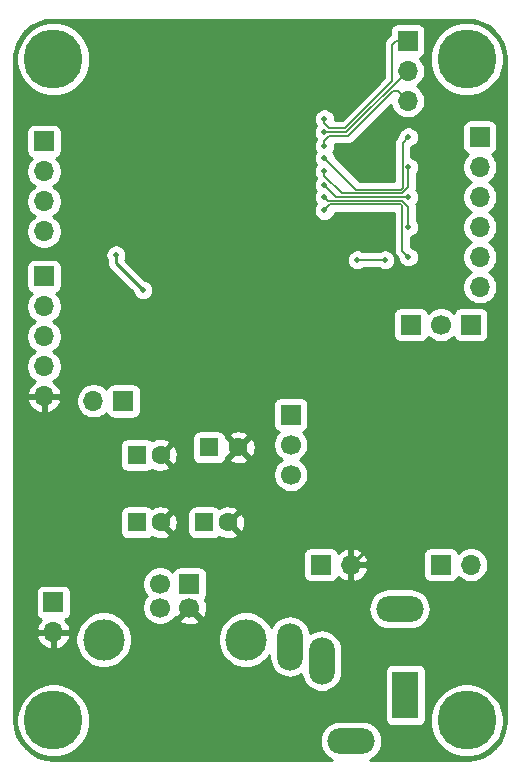
<source format=gbr>
G04 #@! TF.GenerationSoftware,KiCad,Pcbnew,(5.1.5)-3*
G04 #@! TF.CreationDate,2020-02-22T17:46:18+01:00*
G04 #@! TF.ProjectId,Breakoutboard,42726561-6b6f-4757-9462-6f6172642e6b,rev?*
G04 #@! TF.SameCoordinates,Original*
G04 #@! TF.FileFunction,Copper,L2,Bot*
G04 #@! TF.FilePolarity,Positive*
%FSLAX46Y46*%
G04 Gerber Fmt 4.6, Leading zero omitted, Abs format (unit mm)*
G04 Created by KiCad (PCBNEW (5.1.5)-3) date 2020-02-22 17:46:18*
%MOMM*%
%LPD*%
G04 APERTURE LIST*
%ADD10R,1.700000X1.700000*%
%ADD11O,1.700000X1.700000*%
%ADD12C,5.000000*%
%ADD13C,1.700000*%
%ADD14C,1.600000*%
%ADD15R,1.600000X1.600000*%
%ADD16C,3.500000*%
%ADD17R,2.200000X4.000000*%
%ADD18O,4.000000X2.200000*%
%ADD19O,2.200000X4.000000*%
%ADD20C,0.508000*%
%ADD21C,1.000000*%
%ADD22C,0.250000*%
%ADD23C,0.152400*%
%ADD24C,0.254000*%
G04 APERTURE END LIST*
D10*
X169116000Y-69596000D03*
D11*
X169116000Y-72136000D03*
X169116000Y-74676000D03*
X169116000Y-77216000D03*
X169116000Y-79756000D03*
X169116000Y-82296000D03*
D10*
X163000000Y-61460000D03*
D11*
X163000000Y-64000000D03*
X163000000Y-66540000D03*
D12*
X168000000Y-119000000D03*
X168000000Y-63000000D03*
X133000000Y-119000000D03*
X133000000Y-63000000D03*
D10*
X155650000Y-105810000D03*
D11*
X158190000Y-105810000D03*
D10*
X165810000Y-105810000D03*
D11*
X168350000Y-105810000D03*
D13*
X153110000Y-98190000D03*
X153110000Y-95650000D03*
D10*
X153110000Y-93110000D03*
D13*
X165810000Y-85490000D03*
D10*
X168350000Y-85490000D03*
X163270000Y-85490000D03*
D14*
X147796000Y-102235000D03*
D15*
X145796000Y-102235000D03*
X140081000Y-102235000D03*
D14*
X142081000Y-102235000D03*
D15*
X140081000Y-96520000D03*
D14*
X142081000Y-96520000D03*
D15*
X146177000Y-95885000D03*
D14*
X148677000Y-95885000D03*
D10*
X132210000Y-69970000D03*
D11*
X132210000Y-72510000D03*
X132210000Y-75050000D03*
X132210000Y-77590000D03*
D10*
X132210000Y-81400000D03*
D11*
X132210000Y-83940000D03*
X132210000Y-86480000D03*
X132210000Y-89020000D03*
X132210000Y-91560000D03*
D10*
X144526000Y-107442000D03*
D13*
X142026000Y-107442000D03*
X142026000Y-109442000D03*
X144526000Y-109442000D03*
D16*
X149296000Y-112152000D03*
X137256000Y-112152000D03*
D10*
X138938000Y-91948000D03*
D11*
X136398000Y-91948000D03*
D10*
X133000000Y-109000000D03*
D11*
X133000000Y-111540000D03*
D17*
X162814000Y-116840000D03*
D18*
X162314000Y-109540000D03*
D19*
X155714000Y-113940000D03*
X153014000Y-112740000D03*
D18*
X158214000Y-120740000D03*
D20*
X141478000Y-78105000D03*
D21*
X154432000Y-60452000D03*
X160401000Y-60579000D03*
X141732000Y-70993000D03*
X166624000Y-97409000D03*
X136779000Y-62230000D03*
X145923000Y-78003400D03*
X137998200Y-76352400D03*
D20*
X138303020Y-79576029D03*
X140589000Y-82550000D03*
X161070457Y-79998943D03*
X158750000Y-80010000D03*
X155956000Y-71374000D03*
X163068000Y-69596000D03*
X155956000Y-72517000D03*
X163068000Y-72136000D03*
X155956000Y-73660000D03*
X163068000Y-74676000D03*
X155956000Y-74676000D03*
X163068000Y-77216000D03*
X155956000Y-75819000D03*
X163068000Y-79756000D03*
X155956000Y-68072000D03*
X155956000Y-69215000D03*
X155956000Y-70358000D03*
D22*
X158190000Y-105810000D02*
X166591000Y-97409000D01*
X166591000Y-97409000D02*
X166624000Y-97409000D01*
X141732000Y-70993000D02*
X141732000Y-67183000D01*
X141732000Y-67183000D02*
X136779000Y-62230000D01*
X138303020Y-79576029D02*
X138303020Y-80264020D01*
X138303020Y-80264020D02*
X140589000Y-82550000D01*
D23*
X161070457Y-79998943D02*
X158761057Y-79998943D01*
X158761057Y-79998943D02*
X158750000Y-80010000D01*
X162585399Y-73888601D02*
X162407620Y-74066380D01*
X163068000Y-69596000D02*
X162585399Y-70078601D01*
X162585399Y-70078601D02*
X162585399Y-73888601D01*
X162407620Y-74066380D02*
X161671000Y-74066380D01*
X161671000Y-74066380D02*
X158648380Y-74066380D01*
X158648380Y-74066380D02*
X155956000Y-71374000D01*
X163068000Y-73533000D02*
X163068000Y-72136000D01*
X163068000Y-73837066D02*
X163068000Y-73533000D01*
X162533877Y-74371189D02*
X163068000Y-73837066D01*
X157429190Y-74371190D02*
X162533877Y-74371189D01*
X155956000Y-72898000D02*
X157429190Y-74371190D01*
X155956000Y-72517000D02*
X155956000Y-72898000D01*
X156972000Y-74676000D02*
X155956000Y-73660000D01*
X163068000Y-74676000D02*
X156972000Y-74676000D01*
X163068000Y-75514934D02*
X163068000Y-76200000D01*
X162533876Y-74980810D02*
X163068000Y-75514934D01*
X163068000Y-76200000D02*
X163068000Y-77216000D01*
X156260810Y-74980810D02*
X162533876Y-74980810D01*
X155956000Y-74676000D02*
X156260810Y-74980810D01*
X162560000Y-75438000D02*
X162560000Y-79248000D01*
X162433000Y-75311000D02*
X162560000Y-75438000D01*
X156464000Y-75311000D02*
X162433000Y-75311000D01*
X162560000Y-79248000D02*
X163068000Y-79756000D01*
X155956000Y-75819000D02*
X156464000Y-75311000D01*
X155956000Y-68453000D02*
X155956000Y-68072000D01*
X157734000Y-68834000D02*
X156337000Y-68834000D01*
X161163000Y-65405000D02*
X157734000Y-68834000D01*
X161997600Y-61460000D02*
X161671000Y-61786600D01*
X163000000Y-61460000D02*
X161997600Y-61460000D01*
X161671000Y-61786600D02*
X161671000Y-64897934D01*
X156337000Y-68834000D02*
X155956000Y-68453000D01*
X161671000Y-64897934D02*
X161163934Y-65405000D01*
X161163934Y-65405000D02*
X161163000Y-65405000D01*
X157785000Y-69215000D02*
X163000000Y-64000000D01*
X155956000Y-69215000D02*
X157785000Y-69215000D01*
X162150001Y-65690001D02*
X161741065Y-65690001D01*
X163000000Y-66540000D02*
X162150001Y-65690001D01*
X161741065Y-65690001D02*
X161404033Y-66027033D01*
X155956000Y-69998790D02*
X155956000Y-70358000D01*
X156365440Y-69519810D02*
X155956000Y-69929250D01*
X157911256Y-69519810D02*
X156365440Y-69519810D01*
X155956000Y-69929250D02*
X155956000Y-69998790D01*
X161721533Y-65709533D02*
X157911256Y-69519810D01*
D24*
G36*
X168648126Y-59726714D02*
G01*
X169271572Y-59914943D01*
X169846579Y-60220681D01*
X170351247Y-60632279D01*
X170766362Y-61134067D01*
X171076105Y-61706924D01*
X171268682Y-62329039D01*
X171340001Y-63007594D01*
X171340000Y-118967721D01*
X171273286Y-119648126D01*
X171085057Y-120271570D01*
X170779323Y-120846573D01*
X170367721Y-121351248D01*
X169865933Y-121766362D01*
X169293077Y-122076104D01*
X168670961Y-122268682D01*
X167992417Y-122340000D01*
X159801160Y-122340000D01*
X160082578Y-122189579D01*
X160346766Y-121972766D01*
X160563579Y-121708578D01*
X160724686Y-121407168D01*
X160823895Y-121080119D01*
X160857394Y-120740000D01*
X160823895Y-120399881D01*
X160724686Y-120072832D01*
X160563579Y-119771422D01*
X160346766Y-119507234D01*
X160082578Y-119290421D01*
X159781168Y-119129314D01*
X159454119Y-119030105D01*
X159199225Y-119005000D01*
X157228775Y-119005000D01*
X156973881Y-119030105D01*
X156646832Y-119129314D01*
X156345422Y-119290421D01*
X156081234Y-119507234D01*
X155864421Y-119771422D01*
X155703314Y-120072832D01*
X155604105Y-120399881D01*
X155570606Y-120740000D01*
X155604105Y-121080119D01*
X155703314Y-121407168D01*
X155864421Y-121708578D01*
X156081234Y-121972766D01*
X156345422Y-122189579D01*
X156626840Y-122340000D01*
X133032279Y-122340000D01*
X132351874Y-122273286D01*
X131728430Y-122085057D01*
X131153427Y-121779323D01*
X130648752Y-121367721D01*
X130233638Y-120865933D01*
X129923896Y-120293077D01*
X129731318Y-119670961D01*
X129660000Y-118992417D01*
X129660000Y-118691229D01*
X129865000Y-118691229D01*
X129865000Y-119308771D01*
X129985476Y-119914446D01*
X130221799Y-120484979D01*
X130564886Y-120998446D01*
X131001554Y-121435114D01*
X131515021Y-121778201D01*
X132085554Y-122014524D01*
X132691229Y-122135000D01*
X133308771Y-122135000D01*
X133914446Y-122014524D01*
X134484979Y-121778201D01*
X134998446Y-121435114D01*
X135435114Y-120998446D01*
X135778201Y-120484979D01*
X136014524Y-119914446D01*
X136135000Y-119308771D01*
X136135000Y-118691229D01*
X136014524Y-118085554D01*
X135778201Y-117515021D01*
X135435114Y-117001554D01*
X134998446Y-116564886D01*
X134484979Y-116221799D01*
X133914446Y-115985476D01*
X133308771Y-115865000D01*
X132691229Y-115865000D01*
X132085554Y-115985476D01*
X131515021Y-116221799D01*
X131001554Y-116564886D01*
X130564886Y-117001554D01*
X130221799Y-117515021D01*
X129985476Y-118085554D01*
X129865000Y-118691229D01*
X129660000Y-118691229D01*
X129660000Y-111896890D01*
X131558524Y-111896890D01*
X131603175Y-112044099D01*
X131728359Y-112306920D01*
X131902412Y-112540269D01*
X132118645Y-112735178D01*
X132368748Y-112884157D01*
X132643109Y-112981481D01*
X132873000Y-112860814D01*
X132873000Y-111667000D01*
X133127000Y-111667000D01*
X133127000Y-112860814D01*
X133356891Y-112981481D01*
X133631252Y-112884157D01*
X133881355Y-112735178D01*
X134097588Y-112540269D01*
X134271641Y-112306920D01*
X134396825Y-112044099D01*
X134435346Y-111917098D01*
X134871000Y-111917098D01*
X134871000Y-112386902D01*
X134962654Y-112847679D01*
X135142440Y-113281721D01*
X135403450Y-113672349D01*
X135735651Y-114004550D01*
X136126279Y-114265560D01*
X136560321Y-114445346D01*
X137021098Y-114537000D01*
X137490902Y-114537000D01*
X137951679Y-114445346D01*
X138385721Y-114265560D01*
X138776349Y-114004550D01*
X139108550Y-113672349D01*
X139369560Y-113281721D01*
X139549346Y-112847679D01*
X139641000Y-112386902D01*
X139641000Y-111917098D01*
X146911000Y-111917098D01*
X146911000Y-112386902D01*
X147002654Y-112847679D01*
X147182440Y-113281721D01*
X147443450Y-113672349D01*
X147775651Y-114004550D01*
X148166279Y-114265560D01*
X148600321Y-114445346D01*
X149061098Y-114537000D01*
X149530902Y-114537000D01*
X149991679Y-114445346D01*
X150425721Y-114265560D01*
X150816349Y-114004550D01*
X151148550Y-113672349D01*
X151279000Y-113477117D01*
X151279000Y-113725225D01*
X151304106Y-113980119D01*
X151403315Y-114307168D01*
X151564422Y-114608578D01*
X151781235Y-114872766D01*
X152045423Y-115089579D01*
X152346833Y-115250686D01*
X152673882Y-115349895D01*
X153014000Y-115383394D01*
X153354119Y-115349895D01*
X153681168Y-115250686D01*
X153982578Y-115089579D01*
X153994245Y-115080004D01*
X154004106Y-115180119D01*
X154103315Y-115507168D01*
X154264422Y-115808578D01*
X154481235Y-116072766D01*
X154745423Y-116289579D01*
X155046833Y-116450686D01*
X155373882Y-116549895D01*
X155714000Y-116583394D01*
X156054119Y-116549895D01*
X156381168Y-116450686D01*
X156682578Y-116289579D01*
X156946766Y-116072766D01*
X157163579Y-115808578D01*
X157324686Y-115507168D01*
X157423895Y-115180119D01*
X157449000Y-114925225D01*
X157449000Y-114840000D01*
X161075928Y-114840000D01*
X161075928Y-118840000D01*
X161088188Y-118964482D01*
X161124498Y-119084180D01*
X161183463Y-119194494D01*
X161262815Y-119291185D01*
X161359506Y-119370537D01*
X161469820Y-119429502D01*
X161589518Y-119465812D01*
X161714000Y-119478072D01*
X163914000Y-119478072D01*
X164038482Y-119465812D01*
X164158180Y-119429502D01*
X164268494Y-119370537D01*
X164365185Y-119291185D01*
X164444537Y-119194494D01*
X164503502Y-119084180D01*
X164539812Y-118964482D01*
X164552072Y-118840000D01*
X164552072Y-118691229D01*
X164865000Y-118691229D01*
X164865000Y-119308771D01*
X164985476Y-119914446D01*
X165221799Y-120484979D01*
X165564886Y-120998446D01*
X166001554Y-121435114D01*
X166515021Y-121778201D01*
X167085554Y-122014524D01*
X167691229Y-122135000D01*
X168308771Y-122135000D01*
X168914446Y-122014524D01*
X169484979Y-121778201D01*
X169998446Y-121435114D01*
X170435114Y-120998446D01*
X170778201Y-120484979D01*
X171014524Y-119914446D01*
X171135000Y-119308771D01*
X171135000Y-118691229D01*
X171014524Y-118085554D01*
X170778201Y-117515021D01*
X170435114Y-117001554D01*
X169998446Y-116564886D01*
X169484979Y-116221799D01*
X168914446Y-115985476D01*
X168308771Y-115865000D01*
X167691229Y-115865000D01*
X167085554Y-115985476D01*
X166515021Y-116221799D01*
X166001554Y-116564886D01*
X165564886Y-117001554D01*
X165221799Y-117515021D01*
X164985476Y-118085554D01*
X164865000Y-118691229D01*
X164552072Y-118691229D01*
X164552072Y-114840000D01*
X164539812Y-114715518D01*
X164503502Y-114595820D01*
X164444537Y-114485506D01*
X164365185Y-114388815D01*
X164268494Y-114309463D01*
X164158180Y-114250498D01*
X164038482Y-114214188D01*
X163914000Y-114201928D01*
X161714000Y-114201928D01*
X161589518Y-114214188D01*
X161469820Y-114250498D01*
X161359506Y-114309463D01*
X161262815Y-114388815D01*
X161183463Y-114485506D01*
X161124498Y-114595820D01*
X161088188Y-114715518D01*
X161075928Y-114840000D01*
X157449000Y-114840000D01*
X157449000Y-112954775D01*
X157423895Y-112699881D01*
X157324686Y-112372832D01*
X157163579Y-112071422D01*
X156946766Y-111807234D01*
X156682577Y-111590421D01*
X156381167Y-111429314D01*
X156054118Y-111330105D01*
X155714000Y-111296606D01*
X155373881Y-111330105D01*
X155046832Y-111429314D01*
X154745422Y-111590421D01*
X154733755Y-111599995D01*
X154723895Y-111499881D01*
X154624686Y-111172832D01*
X154463579Y-110871422D01*
X154246766Y-110607234D01*
X153982577Y-110390421D01*
X153681167Y-110229314D01*
X153354118Y-110130105D01*
X153014000Y-110096606D01*
X152673881Y-110130105D01*
X152346832Y-110229314D01*
X152045422Y-110390421D01*
X151781234Y-110607234D01*
X151564421Y-110871423D01*
X151441967Y-111100518D01*
X151409560Y-111022279D01*
X151148550Y-110631651D01*
X150816349Y-110299450D01*
X150425721Y-110038440D01*
X149991679Y-109858654D01*
X149530902Y-109767000D01*
X149061098Y-109767000D01*
X148600321Y-109858654D01*
X148166279Y-110038440D01*
X147775651Y-110299450D01*
X147443450Y-110631651D01*
X147182440Y-111022279D01*
X147002654Y-111456321D01*
X146911000Y-111917098D01*
X139641000Y-111917098D01*
X139549346Y-111456321D01*
X139369560Y-111022279D01*
X139108550Y-110631651D01*
X138776349Y-110299450D01*
X138385721Y-110038440D01*
X137951679Y-109858654D01*
X137490902Y-109767000D01*
X137021098Y-109767000D01*
X136560321Y-109858654D01*
X136126279Y-110038440D01*
X135735651Y-110299450D01*
X135403450Y-110631651D01*
X135142440Y-111022279D01*
X134962654Y-111456321D01*
X134871000Y-111917098D01*
X134435346Y-111917098D01*
X134441476Y-111896890D01*
X134320155Y-111667000D01*
X133127000Y-111667000D01*
X132873000Y-111667000D01*
X131679845Y-111667000D01*
X131558524Y-111896890D01*
X129660000Y-111896890D01*
X129660000Y-108150000D01*
X131511928Y-108150000D01*
X131511928Y-109850000D01*
X131524188Y-109974482D01*
X131560498Y-110094180D01*
X131619463Y-110204494D01*
X131698815Y-110301185D01*
X131795506Y-110380537D01*
X131905820Y-110439502D01*
X131986466Y-110463966D01*
X131902412Y-110539731D01*
X131728359Y-110773080D01*
X131603175Y-111035901D01*
X131558524Y-111183110D01*
X131679845Y-111413000D01*
X132873000Y-111413000D01*
X132873000Y-111393000D01*
X133127000Y-111393000D01*
X133127000Y-111413000D01*
X134320155Y-111413000D01*
X134441476Y-111183110D01*
X134396825Y-111035901D01*
X134271641Y-110773080D01*
X134097588Y-110539731D01*
X134013534Y-110463966D01*
X134094180Y-110439502D01*
X134204494Y-110380537D01*
X134301185Y-110301185D01*
X134380537Y-110204494D01*
X134439502Y-110094180D01*
X134475812Y-109974482D01*
X134488072Y-109850000D01*
X134488072Y-108150000D01*
X134475812Y-108025518D01*
X134439502Y-107905820D01*
X134380537Y-107795506D01*
X134301185Y-107698815D01*
X134204494Y-107619463D01*
X134094180Y-107560498D01*
X133974482Y-107524188D01*
X133850000Y-107511928D01*
X132150000Y-107511928D01*
X132025518Y-107524188D01*
X131905820Y-107560498D01*
X131795506Y-107619463D01*
X131698815Y-107698815D01*
X131619463Y-107795506D01*
X131560498Y-107905820D01*
X131524188Y-108025518D01*
X131511928Y-108150000D01*
X129660000Y-108150000D01*
X129660000Y-107295740D01*
X140541000Y-107295740D01*
X140541000Y-107588260D01*
X140598068Y-107875158D01*
X140710010Y-108145411D01*
X140872525Y-108388632D01*
X140925893Y-108442000D01*
X140872525Y-108495368D01*
X140710010Y-108738589D01*
X140598068Y-109008842D01*
X140541000Y-109295740D01*
X140541000Y-109588260D01*
X140598068Y-109875158D01*
X140710010Y-110145411D01*
X140872525Y-110388632D01*
X141079368Y-110595475D01*
X141322589Y-110757990D01*
X141592842Y-110869932D01*
X141879740Y-110927000D01*
X142172260Y-110927000D01*
X142459158Y-110869932D01*
X142729411Y-110757990D01*
X142972632Y-110595475D01*
X143097710Y-110470397D01*
X143677208Y-110470397D01*
X143754843Y-110719472D01*
X144018883Y-110845371D01*
X144302411Y-110917339D01*
X144594531Y-110932611D01*
X144884019Y-110890599D01*
X145159747Y-110792919D01*
X145297157Y-110719472D01*
X145374792Y-110470397D01*
X144526000Y-109621605D01*
X143677208Y-110470397D01*
X143097710Y-110470397D01*
X143179475Y-110388632D01*
X143288416Y-110225590D01*
X143497603Y-110290792D01*
X144346395Y-109442000D01*
X144332253Y-109427858D01*
X144511858Y-109248253D01*
X144526000Y-109262395D01*
X144540143Y-109248253D01*
X144719748Y-109427858D01*
X144705605Y-109442000D01*
X145554397Y-110290792D01*
X145803472Y-110213157D01*
X145929371Y-109949117D01*
X146001339Y-109665589D01*
X146007904Y-109540000D01*
X159670606Y-109540000D01*
X159704105Y-109880119D01*
X159803314Y-110207168D01*
X159964421Y-110508578D01*
X160181234Y-110772766D01*
X160445422Y-110989579D01*
X160746832Y-111150686D01*
X161073881Y-111249895D01*
X161328775Y-111275000D01*
X163299225Y-111275000D01*
X163554119Y-111249895D01*
X163881168Y-111150686D01*
X164182578Y-110989579D01*
X164446766Y-110772766D01*
X164663579Y-110508578D01*
X164824686Y-110207168D01*
X164923895Y-109880119D01*
X164957394Y-109540000D01*
X164923895Y-109199881D01*
X164824686Y-108872832D01*
X164663579Y-108571422D01*
X164446766Y-108307234D01*
X164182578Y-108090421D01*
X163881168Y-107929314D01*
X163554119Y-107830105D01*
X163299225Y-107805000D01*
X161328775Y-107805000D01*
X161073881Y-107830105D01*
X160746832Y-107929314D01*
X160445422Y-108090421D01*
X160181234Y-108307234D01*
X159964421Y-108571422D01*
X159803314Y-108872832D01*
X159704105Y-109199881D01*
X159670606Y-109540000D01*
X146007904Y-109540000D01*
X146016611Y-109373469D01*
X145974599Y-109083981D01*
X145876919Y-108808253D01*
X145836241Y-108732150D01*
X145906537Y-108646494D01*
X145965502Y-108536180D01*
X146001812Y-108416482D01*
X146014072Y-108292000D01*
X146014072Y-106592000D01*
X146001812Y-106467518D01*
X145965502Y-106347820D01*
X145906537Y-106237506D01*
X145827185Y-106140815D01*
X145730494Y-106061463D01*
X145620180Y-106002498D01*
X145500482Y-105966188D01*
X145376000Y-105953928D01*
X143676000Y-105953928D01*
X143551518Y-105966188D01*
X143431820Y-106002498D01*
X143321506Y-106061463D01*
X143224815Y-106140815D01*
X143145463Y-106237506D01*
X143086498Y-106347820D01*
X143073797Y-106389690D01*
X142972632Y-106288525D01*
X142729411Y-106126010D01*
X142459158Y-106014068D01*
X142172260Y-105957000D01*
X141879740Y-105957000D01*
X141592842Y-106014068D01*
X141322589Y-106126010D01*
X141079368Y-106288525D01*
X140872525Y-106495368D01*
X140710010Y-106738589D01*
X140598068Y-107008842D01*
X140541000Y-107295740D01*
X129660000Y-107295740D01*
X129660000Y-104960000D01*
X154161928Y-104960000D01*
X154161928Y-106660000D01*
X154174188Y-106784482D01*
X154210498Y-106904180D01*
X154269463Y-107014494D01*
X154348815Y-107111185D01*
X154445506Y-107190537D01*
X154555820Y-107249502D01*
X154675518Y-107285812D01*
X154800000Y-107298072D01*
X156500000Y-107298072D01*
X156624482Y-107285812D01*
X156744180Y-107249502D01*
X156854494Y-107190537D01*
X156951185Y-107111185D01*
X157030537Y-107014494D01*
X157089502Y-106904180D01*
X157113966Y-106823534D01*
X157189731Y-106907588D01*
X157423080Y-107081641D01*
X157685901Y-107206825D01*
X157833110Y-107251476D01*
X158063000Y-107130155D01*
X158063000Y-105937000D01*
X158317000Y-105937000D01*
X158317000Y-107130155D01*
X158546890Y-107251476D01*
X158694099Y-107206825D01*
X158956920Y-107081641D01*
X159190269Y-106907588D01*
X159385178Y-106691355D01*
X159534157Y-106441252D01*
X159631481Y-106166891D01*
X159510814Y-105937000D01*
X158317000Y-105937000D01*
X158063000Y-105937000D01*
X158043000Y-105937000D01*
X158043000Y-105683000D01*
X158063000Y-105683000D01*
X158063000Y-104489845D01*
X158317000Y-104489845D01*
X158317000Y-105683000D01*
X159510814Y-105683000D01*
X159631481Y-105453109D01*
X159534157Y-105178748D01*
X159403856Y-104960000D01*
X164321928Y-104960000D01*
X164321928Y-106660000D01*
X164334188Y-106784482D01*
X164370498Y-106904180D01*
X164429463Y-107014494D01*
X164508815Y-107111185D01*
X164605506Y-107190537D01*
X164715820Y-107249502D01*
X164835518Y-107285812D01*
X164960000Y-107298072D01*
X166660000Y-107298072D01*
X166784482Y-107285812D01*
X166904180Y-107249502D01*
X167014494Y-107190537D01*
X167111185Y-107111185D01*
X167190537Y-107014494D01*
X167249502Y-106904180D01*
X167271513Y-106831620D01*
X167403368Y-106963475D01*
X167646589Y-107125990D01*
X167916842Y-107237932D01*
X168203740Y-107295000D01*
X168496260Y-107295000D01*
X168783158Y-107237932D01*
X169053411Y-107125990D01*
X169296632Y-106963475D01*
X169503475Y-106756632D01*
X169665990Y-106513411D01*
X169777932Y-106243158D01*
X169835000Y-105956260D01*
X169835000Y-105663740D01*
X169777932Y-105376842D01*
X169665990Y-105106589D01*
X169503475Y-104863368D01*
X169296632Y-104656525D01*
X169053411Y-104494010D01*
X168783158Y-104382068D01*
X168496260Y-104325000D01*
X168203740Y-104325000D01*
X167916842Y-104382068D01*
X167646589Y-104494010D01*
X167403368Y-104656525D01*
X167271513Y-104788380D01*
X167249502Y-104715820D01*
X167190537Y-104605506D01*
X167111185Y-104508815D01*
X167014494Y-104429463D01*
X166904180Y-104370498D01*
X166784482Y-104334188D01*
X166660000Y-104321928D01*
X164960000Y-104321928D01*
X164835518Y-104334188D01*
X164715820Y-104370498D01*
X164605506Y-104429463D01*
X164508815Y-104508815D01*
X164429463Y-104605506D01*
X164370498Y-104715820D01*
X164334188Y-104835518D01*
X164321928Y-104960000D01*
X159403856Y-104960000D01*
X159385178Y-104928645D01*
X159190269Y-104712412D01*
X158956920Y-104538359D01*
X158694099Y-104413175D01*
X158546890Y-104368524D01*
X158317000Y-104489845D01*
X158063000Y-104489845D01*
X157833110Y-104368524D01*
X157685901Y-104413175D01*
X157423080Y-104538359D01*
X157189731Y-104712412D01*
X157113966Y-104796466D01*
X157089502Y-104715820D01*
X157030537Y-104605506D01*
X156951185Y-104508815D01*
X156854494Y-104429463D01*
X156744180Y-104370498D01*
X156624482Y-104334188D01*
X156500000Y-104321928D01*
X154800000Y-104321928D01*
X154675518Y-104334188D01*
X154555820Y-104370498D01*
X154445506Y-104429463D01*
X154348815Y-104508815D01*
X154269463Y-104605506D01*
X154210498Y-104715820D01*
X154174188Y-104835518D01*
X154161928Y-104960000D01*
X129660000Y-104960000D01*
X129660000Y-101435000D01*
X138642928Y-101435000D01*
X138642928Y-103035000D01*
X138655188Y-103159482D01*
X138691498Y-103279180D01*
X138750463Y-103389494D01*
X138829815Y-103486185D01*
X138926506Y-103565537D01*
X139036820Y-103624502D01*
X139156518Y-103660812D01*
X139281000Y-103673072D01*
X140881000Y-103673072D01*
X141005482Y-103660812D01*
X141125180Y-103624502D01*
X141235494Y-103565537D01*
X141332185Y-103486185D01*
X141342807Y-103473242D01*
X141594996Y-103592571D01*
X141869184Y-103661300D01*
X142151512Y-103675217D01*
X142431130Y-103633787D01*
X142697292Y-103538603D01*
X142822514Y-103471671D01*
X142894097Y-103227702D01*
X142081000Y-102414605D01*
X142066858Y-102428748D01*
X141887253Y-102249143D01*
X141901395Y-102235000D01*
X142260605Y-102235000D01*
X143073702Y-103048097D01*
X143317671Y-102976514D01*
X143438571Y-102721004D01*
X143507300Y-102446816D01*
X143521217Y-102164488D01*
X143479787Y-101884870D01*
X143384603Y-101618708D01*
X143317671Y-101493486D01*
X143118340Y-101435000D01*
X144357928Y-101435000D01*
X144357928Y-103035000D01*
X144370188Y-103159482D01*
X144406498Y-103279180D01*
X144465463Y-103389494D01*
X144544815Y-103486185D01*
X144641506Y-103565537D01*
X144751820Y-103624502D01*
X144871518Y-103660812D01*
X144996000Y-103673072D01*
X146596000Y-103673072D01*
X146720482Y-103660812D01*
X146840180Y-103624502D01*
X146950494Y-103565537D01*
X147047185Y-103486185D01*
X147057807Y-103473242D01*
X147309996Y-103592571D01*
X147584184Y-103661300D01*
X147866512Y-103675217D01*
X148146130Y-103633787D01*
X148412292Y-103538603D01*
X148537514Y-103471671D01*
X148609097Y-103227702D01*
X147796000Y-102414605D01*
X147781858Y-102428748D01*
X147602253Y-102249143D01*
X147616395Y-102235000D01*
X147975605Y-102235000D01*
X148788702Y-103048097D01*
X149032671Y-102976514D01*
X149153571Y-102721004D01*
X149222300Y-102446816D01*
X149236217Y-102164488D01*
X149194787Y-101884870D01*
X149099603Y-101618708D01*
X149032671Y-101493486D01*
X148788702Y-101421903D01*
X147975605Y-102235000D01*
X147616395Y-102235000D01*
X147602253Y-102220858D01*
X147781858Y-102041253D01*
X147796000Y-102055395D01*
X148609097Y-101242298D01*
X148537514Y-100998329D01*
X148282004Y-100877429D01*
X148007816Y-100808700D01*
X147725488Y-100794783D01*
X147445870Y-100836213D01*
X147179708Y-100931397D01*
X147057691Y-100996616D01*
X147047185Y-100983815D01*
X146950494Y-100904463D01*
X146840180Y-100845498D01*
X146720482Y-100809188D01*
X146596000Y-100796928D01*
X144996000Y-100796928D01*
X144871518Y-100809188D01*
X144751820Y-100845498D01*
X144641506Y-100904463D01*
X144544815Y-100983815D01*
X144465463Y-101080506D01*
X144406498Y-101190820D01*
X144370188Y-101310518D01*
X144357928Y-101435000D01*
X143118340Y-101435000D01*
X143073702Y-101421903D01*
X142260605Y-102235000D01*
X141901395Y-102235000D01*
X141887253Y-102220858D01*
X142066858Y-102041253D01*
X142081000Y-102055395D01*
X142894097Y-101242298D01*
X142822514Y-100998329D01*
X142567004Y-100877429D01*
X142292816Y-100808700D01*
X142010488Y-100794783D01*
X141730870Y-100836213D01*
X141464708Y-100931397D01*
X141342691Y-100996616D01*
X141332185Y-100983815D01*
X141235494Y-100904463D01*
X141125180Y-100845498D01*
X141005482Y-100809188D01*
X140881000Y-100796928D01*
X139281000Y-100796928D01*
X139156518Y-100809188D01*
X139036820Y-100845498D01*
X138926506Y-100904463D01*
X138829815Y-100983815D01*
X138750463Y-101080506D01*
X138691498Y-101190820D01*
X138655188Y-101310518D01*
X138642928Y-101435000D01*
X129660000Y-101435000D01*
X129660000Y-95720000D01*
X138642928Y-95720000D01*
X138642928Y-97320000D01*
X138655188Y-97444482D01*
X138691498Y-97564180D01*
X138750463Y-97674494D01*
X138829815Y-97771185D01*
X138926506Y-97850537D01*
X139036820Y-97909502D01*
X139156518Y-97945812D01*
X139281000Y-97958072D01*
X140881000Y-97958072D01*
X141005482Y-97945812D01*
X141125180Y-97909502D01*
X141235494Y-97850537D01*
X141332185Y-97771185D01*
X141342807Y-97758242D01*
X141594996Y-97877571D01*
X141869184Y-97946300D01*
X142151512Y-97960217D01*
X142431130Y-97918787D01*
X142697292Y-97823603D01*
X142822514Y-97756671D01*
X142894097Y-97512702D01*
X142081000Y-96699605D01*
X142066858Y-96713748D01*
X141887253Y-96534143D01*
X141901395Y-96520000D01*
X142260605Y-96520000D01*
X143073702Y-97333097D01*
X143317671Y-97261514D01*
X143438571Y-97006004D01*
X143507300Y-96731816D01*
X143521217Y-96449488D01*
X143479787Y-96169870D01*
X143384603Y-95903708D01*
X143317671Y-95778486D01*
X143073702Y-95706903D01*
X142260605Y-96520000D01*
X141901395Y-96520000D01*
X141887253Y-96505858D01*
X142066858Y-96326253D01*
X142081000Y-96340395D01*
X142894097Y-95527298D01*
X142822514Y-95283329D01*
X142567004Y-95162429D01*
X142292816Y-95093700D01*
X142116323Y-95085000D01*
X144738928Y-95085000D01*
X144738928Y-96685000D01*
X144751188Y-96809482D01*
X144787498Y-96929180D01*
X144846463Y-97039494D01*
X144925815Y-97136185D01*
X145022506Y-97215537D01*
X145132820Y-97274502D01*
X145252518Y-97310812D01*
X145377000Y-97323072D01*
X146977000Y-97323072D01*
X147101482Y-97310812D01*
X147221180Y-97274502D01*
X147331494Y-97215537D01*
X147428185Y-97136185D01*
X147507537Y-97039494D01*
X147566502Y-96929180D01*
X147582117Y-96877702D01*
X147863903Y-96877702D01*
X147935486Y-97121671D01*
X148190996Y-97242571D01*
X148465184Y-97311300D01*
X148747512Y-97325217D01*
X149027130Y-97283787D01*
X149293292Y-97188603D01*
X149418514Y-97121671D01*
X149490097Y-96877702D01*
X148677000Y-96064605D01*
X147863903Y-96877702D01*
X147582117Y-96877702D01*
X147602812Y-96809482D01*
X147615072Y-96685000D01*
X147615072Y-96677785D01*
X147684298Y-96698097D01*
X148497395Y-95885000D01*
X148856605Y-95885000D01*
X149669702Y-96698097D01*
X149913671Y-96626514D01*
X150034571Y-96371004D01*
X150103300Y-96096816D01*
X150117217Y-95814488D01*
X150075787Y-95534870D01*
X149980603Y-95268708D01*
X149913671Y-95143486D01*
X149669702Y-95071903D01*
X148856605Y-95885000D01*
X148497395Y-95885000D01*
X147684298Y-95071903D01*
X147615072Y-95092215D01*
X147615072Y-95085000D01*
X147602812Y-94960518D01*
X147582118Y-94892298D01*
X147863903Y-94892298D01*
X148677000Y-95705395D01*
X149490097Y-94892298D01*
X149418514Y-94648329D01*
X149163004Y-94527429D01*
X148888816Y-94458700D01*
X148606488Y-94444783D01*
X148326870Y-94486213D01*
X148060708Y-94581397D01*
X147935486Y-94648329D01*
X147863903Y-94892298D01*
X147582118Y-94892298D01*
X147566502Y-94840820D01*
X147507537Y-94730506D01*
X147428185Y-94633815D01*
X147331494Y-94554463D01*
X147221180Y-94495498D01*
X147101482Y-94459188D01*
X146977000Y-94446928D01*
X145377000Y-94446928D01*
X145252518Y-94459188D01*
X145132820Y-94495498D01*
X145022506Y-94554463D01*
X144925815Y-94633815D01*
X144846463Y-94730506D01*
X144787498Y-94840820D01*
X144751188Y-94960518D01*
X144738928Y-95085000D01*
X142116323Y-95085000D01*
X142010488Y-95079783D01*
X141730870Y-95121213D01*
X141464708Y-95216397D01*
X141342691Y-95281616D01*
X141332185Y-95268815D01*
X141235494Y-95189463D01*
X141125180Y-95130498D01*
X141005482Y-95094188D01*
X140881000Y-95081928D01*
X139281000Y-95081928D01*
X139156518Y-95094188D01*
X139036820Y-95130498D01*
X138926506Y-95189463D01*
X138829815Y-95268815D01*
X138750463Y-95365506D01*
X138691498Y-95475820D01*
X138655188Y-95595518D01*
X138642928Y-95720000D01*
X129660000Y-95720000D01*
X129660000Y-91916890D01*
X130768524Y-91916890D01*
X130813175Y-92064099D01*
X130938359Y-92326920D01*
X131112412Y-92560269D01*
X131328645Y-92755178D01*
X131578748Y-92904157D01*
X131853109Y-93001481D01*
X132083000Y-92880814D01*
X132083000Y-91687000D01*
X132337000Y-91687000D01*
X132337000Y-92880814D01*
X132566891Y-93001481D01*
X132841252Y-92904157D01*
X133091355Y-92755178D01*
X133307588Y-92560269D01*
X133481641Y-92326920D01*
X133606825Y-92064099D01*
X133651476Y-91916890D01*
X133590708Y-91801740D01*
X134913000Y-91801740D01*
X134913000Y-92094260D01*
X134970068Y-92381158D01*
X135082010Y-92651411D01*
X135244525Y-92894632D01*
X135451368Y-93101475D01*
X135694589Y-93263990D01*
X135964842Y-93375932D01*
X136251740Y-93433000D01*
X136544260Y-93433000D01*
X136831158Y-93375932D01*
X137101411Y-93263990D01*
X137344632Y-93101475D01*
X137476487Y-92969620D01*
X137498498Y-93042180D01*
X137557463Y-93152494D01*
X137636815Y-93249185D01*
X137733506Y-93328537D01*
X137843820Y-93387502D01*
X137963518Y-93423812D01*
X138088000Y-93436072D01*
X139788000Y-93436072D01*
X139912482Y-93423812D01*
X140032180Y-93387502D01*
X140142494Y-93328537D01*
X140239185Y-93249185D01*
X140318537Y-93152494D01*
X140377502Y-93042180D01*
X140413812Y-92922482D01*
X140426072Y-92798000D01*
X140426072Y-92260000D01*
X151621928Y-92260000D01*
X151621928Y-93960000D01*
X151634188Y-94084482D01*
X151670498Y-94204180D01*
X151729463Y-94314494D01*
X151808815Y-94411185D01*
X151905506Y-94490537D01*
X152015820Y-94549502D01*
X152088380Y-94571513D01*
X151956525Y-94703368D01*
X151794010Y-94946589D01*
X151682068Y-95216842D01*
X151625000Y-95503740D01*
X151625000Y-95796260D01*
X151682068Y-96083158D01*
X151794010Y-96353411D01*
X151956525Y-96596632D01*
X152163368Y-96803475D01*
X152337760Y-96920000D01*
X152163368Y-97036525D01*
X151956525Y-97243368D01*
X151794010Y-97486589D01*
X151682068Y-97756842D01*
X151625000Y-98043740D01*
X151625000Y-98336260D01*
X151682068Y-98623158D01*
X151794010Y-98893411D01*
X151956525Y-99136632D01*
X152163368Y-99343475D01*
X152406589Y-99505990D01*
X152676842Y-99617932D01*
X152963740Y-99675000D01*
X153256260Y-99675000D01*
X153543158Y-99617932D01*
X153813411Y-99505990D01*
X154056632Y-99343475D01*
X154263475Y-99136632D01*
X154425990Y-98893411D01*
X154537932Y-98623158D01*
X154595000Y-98336260D01*
X154595000Y-98043740D01*
X154537932Y-97756842D01*
X154425990Y-97486589D01*
X154263475Y-97243368D01*
X154056632Y-97036525D01*
X153882240Y-96920000D01*
X154056632Y-96803475D01*
X154263475Y-96596632D01*
X154425990Y-96353411D01*
X154537932Y-96083158D01*
X154595000Y-95796260D01*
X154595000Y-95503740D01*
X154537932Y-95216842D01*
X154425990Y-94946589D01*
X154263475Y-94703368D01*
X154131620Y-94571513D01*
X154204180Y-94549502D01*
X154314494Y-94490537D01*
X154411185Y-94411185D01*
X154490537Y-94314494D01*
X154549502Y-94204180D01*
X154585812Y-94084482D01*
X154598072Y-93960000D01*
X154598072Y-92260000D01*
X154585812Y-92135518D01*
X154549502Y-92015820D01*
X154490537Y-91905506D01*
X154411185Y-91808815D01*
X154314494Y-91729463D01*
X154204180Y-91670498D01*
X154084482Y-91634188D01*
X153960000Y-91621928D01*
X152260000Y-91621928D01*
X152135518Y-91634188D01*
X152015820Y-91670498D01*
X151905506Y-91729463D01*
X151808815Y-91808815D01*
X151729463Y-91905506D01*
X151670498Y-92015820D01*
X151634188Y-92135518D01*
X151621928Y-92260000D01*
X140426072Y-92260000D01*
X140426072Y-91098000D01*
X140413812Y-90973518D01*
X140377502Y-90853820D01*
X140318537Y-90743506D01*
X140239185Y-90646815D01*
X140142494Y-90567463D01*
X140032180Y-90508498D01*
X139912482Y-90472188D01*
X139788000Y-90459928D01*
X138088000Y-90459928D01*
X137963518Y-90472188D01*
X137843820Y-90508498D01*
X137733506Y-90567463D01*
X137636815Y-90646815D01*
X137557463Y-90743506D01*
X137498498Y-90853820D01*
X137476487Y-90926380D01*
X137344632Y-90794525D01*
X137101411Y-90632010D01*
X136831158Y-90520068D01*
X136544260Y-90463000D01*
X136251740Y-90463000D01*
X135964842Y-90520068D01*
X135694589Y-90632010D01*
X135451368Y-90794525D01*
X135244525Y-91001368D01*
X135082010Y-91244589D01*
X134970068Y-91514842D01*
X134913000Y-91801740D01*
X133590708Y-91801740D01*
X133530155Y-91687000D01*
X132337000Y-91687000D01*
X132083000Y-91687000D01*
X130889845Y-91687000D01*
X130768524Y-91916890D01*
X129660000Y-91916890D01*
X129660000Y-80550000D01*
X130721928Y-80550000D01*
X130721928Y-82250000D01*
X130734188Y-82374482D01*
X130770498Y-82494180D01*
X130829463Y-82604494D01*
X130908815Y-82701185D01*
X131005506Y-82780537D01*
X131115820Y-82839502D01*
X131188380Y-82861513D01*
X131056525Y-82993368D01*
X130894010Y-83236589D01*
X130782068Y-83506842D01*
X130725000Y-83793740D01*
X130725000Y-84086260D01*
X130782068Y-84373158D01*
X130894010Y-84643411D01*
X131056525Y-84886632D01*
X131263368Y-85093475D01*
X131437760Y-85210000D01*
X131263368Y-85326525D01*
X131056525Y-85533368D01*
X130894010Y-85776589D01*
X130782068Y-86046842D01*
X130725000Y-86333740D01*
X130725000Y-86626260D01*
X130782068Y-86913158D01*
X130894010Y-87183411D01*
X131056525Y-87426632D01*
X131263368Y-87633475D01*
X131437760Y-87750000D01*
X131263368Y-87866525D01*
X131056525Y-88073368D01*
X130894010Y-88316589D01*
X130782068Y-88586842D01*
X130725000Y-88873740D01*
X130725000Y-89166260D01*
X130782068Y-89453158D01*
X130894010Y-89723411D01*
X131056525Y-89966632D01*
X131263368Y-90173475D01*
X131445534Y-90295195D01*
X131328645Y-90364822D01*
X131112412Y-90559731D01*
X130938359Y-90793080D01*
X130813175Y-91055901D01*
X130768524Y-91203110D01*
X130889845Y-91433000D01*
X132083000Y-91433000D01*
X132083000Y-91413000D01*
X132337000Y-91413000D01*
X132337000Y-91433000D01*
X133530155Y-91433000D01*
X133651476Y-91203110D01*
X133606825Y-91055901D01*
X133481641Y-90793080D01*
X133307588Y-90559731D01*
X133091355Y-90364822D01*
X132974466Y-90295195D01*
X133156632Y-90173475D01*
X133363475Y-89966632D01*
X133525990Y-89723411D01*
X133637932Y-89453158D01*
X133695000Y-89166260D01*
X133695000Y-88873740D01*
X133637932Y-88586842D01*
X133525990Y-88316589D01*
X133363475Y-88073368D01*
X133156632Y-87866525D01*
X132982240Y-87750000D01*
X133156632Y-87633475D01*
X133363475Y-87426632D01*
X133525990Y-87183411D01*
X133637932Y-86913158D01*
X133695000Y-86626260D01*
X133695000Y-86333740D01*
X133637932Y-86046842D01*
X133525990Y-85776589D01*
X133363475Y-85533368D01*
X133156632Y-85326525D01*
X132982240Y-85210000D01*
X133156632Y-85093475D01*
X133363475Y-84886632D01*
X133525990Y-84643411D01*
X133527402Y-84640000D01*
X161781928Y-84640000D01*
X161781928Y-86340000D01*
X161794188Y-86464482D01*
X161830498Y-86584180D01*
X161889463Y-86694494D01*
X161968815Y-86791185D01*
X162065506Y-86870537D01*
X162175820Y-86929502D01*
X162295518Y-86965812D01*
X162420000Y-86978072D01*
X164120000Y-86978072D01*
X164244482Y-86965812D01*
X164364180Y-86929502D01*
X164474494Y-86870537D01*
X164571185Y-86791185D01*
X164650537Y-86694494D01*
X164709502Y-86584180D01*
X164731513Y-86511620D01*
X164863368Y-86643475D01*
X165106589Y-86805990D01*
X165376842Y-86917932D01*
X165663740Y-86975000D01*
X165956260Y-86975000D01*
X166243158Y-86917932D01*
X166513411Y-86805990D01*
X166756632Y-86643475D01*
X166888487Y-86511620D01*
X166910498Y-86584180D01*
X166969463Y-86694494D01*
X167048815Y-86791185D01*
X167145506Y-86870537D01*
X167255820Y-86929502D01*
X167375518Y-86965812D01*
X167500000Y-86978072D01*
X169200000Y-86978072D01*
X169324482Y-86965812D01*
X169444180Y-86929502D01*
X169554494Y-86870537D01*
X169651185Y-86791185D01*
X169730537Y-86694494D01*
X169789502Y-86584180D01*
X169825812Y-86464482D01*
X169838072Y-86340000D01*
X169838072Y-84640000D01*
X169825812Y-84515518D01*
X169789502Y-84395820D01*
X169730537Y-84285506D01*
X169651185Y-84188815D01*
X169554494Y-84109463D01*
X169444180Y-84050498D01*
X169324482Y-84014188D01*
X169200000Y-84001928D01*
X167500000Y-84001928D01*
X167375518Y-84014188D01*
X167255820Y-84050498D01*
X167145506Y-84109463D01*
X167048815Y-84188815D01*
X166969463Y-84285506D01*
X166910498Y-84395820D01*
X166888487Y-84468380D01*
X166756632Y-84336525D01*
X166513411Y-84174010D01*
X166243158Y-84062068D01*
X165956260Y-84005000D01*
X165663740Y-84005000D01*
X165376842Y-84062068D01*
X165106589Y-84174010D01*
X164863368Y-84336525D01*
X164731513Y-84468380D01*
X164709502Y-84395820D01*
X164650537Y-84285506D01*
X164571185Y-84188815D01*
X164474494Y-84109463D01*
X164364180Y-84050498D01*
X164244482Y-84014188D01*
X164120000Y-84001928D01*
X162420000Y-84001928D01*
X162295518Y-84014188D01*
X162175820Y-84050498D01*
X162065506Y-84109463D01*
X161968815Y-84188815D01*
X161889463Y-84285506D01*
X161830498Y-84395820D01*
X161794188Y-84515518D01*
X161781928Y-84640000D01*
X133527402Y-84640000D01*
X133637932Y-84373158D01*
X133695000Y-84086260D01*
X133695000Y-83793740D01*
X133637932Y-83506842D01*
X133525990Y-83236589D01*
X133363475Y-82993368D01*
X133231620Y-82861513D01*
X133304180Y-82839502D01*
X133414494Y-82780537D01*
X133511185Y-82701185D01*
X133590537Y-82604494D01*
X133649502Y-82494180D01*
X133685812Y-82374482D01*
X133698072Y-82250000D01*
X133698072Y-80550000D01*
X133685812Y-80425518D01*
X133649502Y-80305820D01*
X133590537Y-80195506D01*
X133511185Y-80098815D01*
X133414494Y-80019463D01*
X133304180Y-79960498D01*
X133184482Y-79924188D01*
X133060000Y-79911928D01*
X131360000Y-79911928D01*
X131235518Y-79924188D01*
X131115820Y-79960498D01*
X131005506Y-80019463D01*
X130908815Y-80098815D01*
X130829463Y-80195506D01*
X130770498Y-80305820D01*
X130734188Y-80425518D01*
X130721928Y-80550000D01*
X129660000Y-80550000D01*
X129660000Y-79488470D01*
X137414020Y-79488470D01*
X137414020Y-79663588D01*
X137448184Y-79835341D01*
X137515199Y-79997128D01*
X137543020Y-80038765D01*
X137543020Y-80226698D01*
X137539344Y-80264020D01*
X137543020Y-80301342D01*
X137543020Y-80301353D01*
X137554017Y-80413006D01*
X137571500Y-80470639D01*
X137597474Y-80556266D01*
X137668046Y-80688296D01*
X137739221Y-80775022D01*
X137763020Y-80804021D01*
X137792018Y-80827819D01*
X139724394Y-82760196D01*
X139734164Y-82809312D01*
X139801179Y-82971099D01*
X139898469Y-83116704D01*
X140022296Y-83240531D01*
X140167901Y-83337821D01*
X140329688Y-83404836D01*
X140501441Y-83439000D01*
X140676559Y-83439000D01*
X140848312Y-83404836D01*
X141010099Y-83337821D01*
X141155704Y-83240531D01*
X141279531Y-83116704D01*
X141376821Y-82971099D01*
X141443836Y-82809312D01*
X141478000Y-82637559D01*
X141478000Y-82462441D01*
X141443836Y-82290688D01*
X141376821Y-82128901D01*
X141279531Y-81983296D01*
X141155704Y-81859469D01*
X141010099Y-81762179D01*
X140848312Y-81695164D01*
X140799196Y-81685394D01*
X139096725Y-79982924D01*
X139121777Y-79922441D01*
X157861000Y-79922441D01*
X157861000Y-80097559D01*
X157895164Y-80269312D01*
X157962179Y-80431099D01*
X158059469Y-80576704D01*
X158183296Y-80700531D01*
X158328901Y-80797821D01*
X158490688Y-80864836D01*
X158662441Y-80899000D01*
X158837559Y-80899000D01*
X159009312Y-80864836D01*
X159171099Y-80797821D01*
X159302319Y-80710143D01*
X160534686Y-80710143D01*
X160649358Y-80786764D01*
X160811145Y-80853779D01*
X160982898Y-80887943D01*
X161158016Y-80887943D01*
X161329769Y-80853779D01*
X161491556Y-80786764D01*
X161637161Y-80689474D01*
X161760988Y-80565647D01*
X161858278Y-80420042D01*
X161925293Y-80258255D01*
X161959457Y-80086502D01*
X161959457Y-79911384D01*
X161925293Y-79739631D01*
X161858278Y-79577844D01*
X161760988Y-79432239D01*
X161637161Y-79308412D01*
X161491556Y-79211122D01*
X161329769Y-79144107D01*
X161158016Y-79109943D01*
X160982898Y-79109943D01*
X160811145Y-79144107D01*
X160649358Y-79211122D01*
X160534686Y-79287743D01*
X159269223Y-79287743D01*
X159171099Y-79222179D01*
X159009312Y-79155164D01*
X158837559Y-79121000D01*
X158662441Y-79121000D01*
X158490688Y-79155164D01*
X158328901Y-79222179D01*
X158183296Y-79319469D01*
X158059469Y-79443296D01*
X157962179Y-79588901D01*
X157895164Y-79750688D01*
X157861000Y-79922441D01*
X139121777Y-79922441D01*
X139157856Y-79835341D01*
X139192020Y-79663588D01*
X139192020Y-79488470D01*
X139157856Y-79316717D01*
X139090841Y-79154930D01*
X138993551Y-79009325D01*
X138869724Y-78885498D01*
X138724119Y-78788208D01*
X138562332Y-78721193D01*
X138390579Y-78687029D01*
X138215461Y-78687029D01*
X138043708Y-78721193D01*
X137881921Y-78788208D01*
X137736316Y-78885498D01*
X137612489Y-79009325D01*
X137515199Y-79154930D01*
X137448184Y-79316717D01*
X137414020Y-79488470D01*
X129660000Y-79488470D01*
X129660000Y-69120000D01*
X130721928Y-69120000D01*
X130721928Y-70820000D01*
X130734188Y-70944482D01*
X130770498Y-71064180D01*
X130829463Y-71174494D01*
X130908815Y-71271185D01*
X131005506Y-71350537D01*
X131115820Y-71409502D01*
X131188380Y-71431513D01*
X131056525Y-71563368D01*
X130894010Y-71806589D01*
X130782068Y-72076842D01*
X130725000Y-72363740D01*
X130725000Y-72656260D01*
X130782068Y-72943158D01*
X130894010Y-73213411D01*
X131056525Y-73456632D01*
X131263368Y-73663475D01*
X131437760Y-73780000D01*
X131263368Y-73896525D01*
X131056525Y-74103368D01*
X130894010Y-74346589D01*
X130782068Y-74616842D01*
X130725000Y-74903740D01*
X130725000Y-75196260D01*
X130782068Y-75483158D01*
X130894010Y-75753411D01*
X131056525Y-75996632D01*
X131263368Y-76203475D01*
X131437760Y-76320000D01*
X131263368Y-76436525D01*
X131056525Y-76643368D01*
X130894010Y-76886589D01*
X130782068Y-77156842D01*
X130725000Y-77443740D01*
X130725000Y-77736260D01*
X130782068Y-78023158D01*
X130894010Y-78293411D01*
X131056525Y-78536632D01*
X131263368Y-78743475D01*
X131506589Y-78905990D01*
X131776842Y-79017932D01*
X132063740Y-79075000D01*
X132356260Y-79075000D01*
X132643158Y-79017932D01*
X132913411Y-78905990D01*
X133156632Y-78743475D01*
X133363475Y-78536632D01*
X133525990Y-78293411D01*
X133637932Y-78023158D01*
X133695000Y-77736260D01*
X133695000Y-77443740D01*
X133637932Y-77156842D01*
X133525990Y-76886589D01*
X133363475Y-76643368D01*
X133156632Y-76436525D01*
X132982240Y-76320000D01*
X133156632Y-76203475D01*
X133363475Y-75996632D01*
X133525990Y-75753411D01*
X133637932Y-75483158D01*
X133695000Y-75196260D01*
X133695000Y-74903740D01*
X133637932Y-74616842D01*
X133525990Y-74346589D01*
X133363475Y-74103368D01*
X133156632Y-73896525D01*
X132982240Y-73780000D01*
X133156632Y-73663475D01*
X133363475Y-73456632D01*
X133525990Y-73213411D01*
X133637932Y-72943158D01*
X133695000Y-72656260D01*
X133695000Y-72363740D01*
X133637932Y-72076842D01*
X133525990Y-71806589D01*
X133363475Y-71563368D01*
X133231620Y-71431513D01*
X133304180Y-71409502D01*
X133414494Y-71350537D01*
X133511185Y-71271185D01*
X133590537Y-71174494D01*
X133649502Y-71064180D01*
X133685812Y-70944482D01*
X133698072Y-70820000D01*
X133698072Y-69120000D01*
X133685812Y-68995518D01*
X133649502Y-68875820D01*
X133590537Y-68765506D01*
X133511185Y-68668815D01*
X133414494Y-68589463D01*
X133304180Y-68530498D01*
X133184482Y-68494188D01*
X133060000Y-68481928D01*
X131360000Y-68481928D01*
X131235518Y-68494188D01*
X131115820Y-68530498D01*
X131005506Y-68589463D01*
X130908815Y-68668815D01*
X130829463Y-68765506D01*
X130770498Y-68875820D01*
X130734188Y-68995518D01*
X130721928Y-69120000D01*
X129660000Y-69120000D01*
X129660000Y-67984441D01*
X155067000Y-67984441D01*
X155067000Y-68159559D01*
X155101164Y-68331312D01*
X155168179Y-68493099D01*
X155265469Y-68638704D01*
X155270265Y-68643500D01*
X155265469Y-68648296D01*
X155168179Y-68793901D01*
X155101164Y-68955688D01*
X155067000Y-69127441D01*
X155067000Y-69302559D01*
X155101164Y-69474312D01*
X155168179Y-69636099D01*
X155260027Y-69773559D01*
X155255091Y-69789831D01*
X155253127Y-69809766D01*
X155168179Y-69936901D01*
X155101164Y-70098688D01*
X155067000Y-70270441D01*
X155067000Y-70445559D01*
X155101164Y-70617312D01*
X155168179Y-70779099D01*
X155226244Y-70866000D01*
X155168179Y-70952901D01*
X155101164Y-71114688D01*
X155067000Y-71286441D01*
X155067000Y-71461559D01*
X155101164Y-71633312D01*
X155168179Y-71795099D01*
X155265469Y-71940704D01*
X155270265Y-71945500D01*
X155265469Y-71950296D01*
X155168179Y-72095901D01*
X155101164Y-72257688D01*
X155067000Y-72429441D01*
X155067000Y-72604559D01*
X155101164Y-72776312D01*
X155168179Y-72938099D01*
X155265469Y-73083704D01*
X155270265Y-73088500D01*
X155265469Y-73093296D01*
X155168179Y-73238901D01*
X155101164Y-73400688D01*
X155067000Y-73572441D01*
X155067000Y-73747559D01*
X155101164Y-73919312D01*
X155168179Y-74081099D01*
X155226244Y-74168000D01*
X155168179Y-74254901D01*
X155101164Y-74416688D01*
X155067000Y-74588441D01*
X155067000Y-74763559D01*
X155101164Y-74935312D01*
X155168179Y-75097099D01*
X155265469Y-75242704D01*
X155270265Y-75247500D01*
X155265469Y-75252296D01*
X155168179Y-75397901D01*
X155101164Y-75559688D01*
X155067000Y-75731441D01*
X155067000Y-75906559D01*
X155101164Y-76078312D01*
X155168179Y-76240099D01*
X155265469Y-76385704D01*
X155389296Y-76509531D01*
X155534901Y-76606821D01*
X155696688Y-76673836D01*
X155868441Y-76708000D01*
X156043559Y-76708000D01*
X156215312Y-76673836D01*
X156377099Y-76606821D01*
X156522704Y-76509531D01*
X156646531Y-76385704D01*
X156743821Y-76240099D01*
X156810836Y-76078312D01*
X156821997Y-76022200D01*
X161848800Y-76022200D01*
X161848801Y-79213064D01*
X161845360Y-79248000D01*
X161848801Y-79282936D01*
X161859092Y-79387420D01*
X161871112Y-79427043D01*
X161899759Y-79521481D01*
X161965798Y-79645032D01*
X162011091Y-79700221D01*
X162054674Y-79753327D01*
X162081809Y-79775596D01*
X162186258Y-79880045D01*
X162213164Y-80015312D01*
X162280179Y-80177099D01*
X162377469Y-80322704D01*
X162501296Y-80446531D01*
X162646901Y-80543821D01*
X162808688Y-80610836D01*
X162980441Y-80645000D01*
X163155559Y-80645000D01*
X163327312Y-80610836D01*
X163489099Y-80543821D01*
X163634704Y-80446531D01*
X163758531Y-80322704D01*
X163855821Y-80177099D01*
X163922836Y-80015312D01*
X163957000Y-79843559D01*
X163957000Y-79668441D01*
X163922836Y-79496688D01*
X163855821Y-79334901D01*
X163758531Y-79189296D01*
X163634704Y-79065469D01*
X163489099Y-78968179D01*
X163327312Y-78901164D01*
X163271200Y-78890003D01*
X163271200Y-78081997D01*
X163327312Y-78070836D01*
X163489099Y-78003821D01*
X163634704Y-77906531D01*
X163758531Y-77782704D01*
X163855821Y-77637099D01*
X163922836Y-77475312D01*
X163957000Y-77303559D01*
X163957000Y-77128441D01*
X163922836Y-76956688D01*
X163855821Y-76794901D01*
X163779200Y-76680229D01*
X163779200Y-75549859D01*
X163782640Y-75514933D01*
X163779200Y-75480007D01*
X163779200Y-75479998D01*
X163768909Y-75375514D01*
X163735583Y-75265652D01*
X163758531Y-75242704D01*
X163855821Y-75097099D01*
X163922836Y-74935312D01*
X163957000Y-74763559D01*
X163957000Y-74588441D01*
X163922836Y-74416688D01*
X163855821Y-74254901D01*
X163758531Y-74109296D01*
X163735583Y-74086348D01*
X163768909Y-73976486D01*
X163779200Y-73872002D01*
X163779200Y-73871992D01*
X163782640Y-73837066D01*
X163779200Y-73802140D01*
X163779200Y-72671771D01*
X163855821Y-72557099D01*
X163922836Y-72395312D01*
X163957000Y-72223559D01*
X163957000Y-72048441D01*
X163922836Y-71876688D01*
X163855821Y-71714901D01*
X163758531Y-71569296D01*
X163634704Y-71445469D01*
X163489099Y-71348179D01*
X163327312Y-71281164D01*
X163296599Y-71275055D01*
X163296599Y-70456945D01*
X163327312Y-70450836D01*
X163489099Y-70383821D01*
X163634704Y-70286531D01*
X163758531Y-70162704D01*
X163855821Y-70017099D01*
X163922836Y-69855312D01*
X163957000Y-69683559D01*
X163957000Y-69508441D01*
X163922836Y-69336688D01*
X163855821Y-69174901D01*
X163758531Y-69029296D01*
X163634704Y-68905469D01*
X163489099Y-68808179D01*
X163338988Y-68746000D01*
X167627928Y-68746000D01*
X167627928Y-70446000D01*
X167640188Y-70570482D01*
X167676498Y-70690180D01*
X167735463Y-70800494D01*
X167814815Y-70897185D01*
X167911506Y-70976537D01*
X168021820Y-71035502D01*
X168094380Y-71057513D01*
X167962525Y-71189368D01*
X167800010Y-71432589D01*
X167688068Y-71702842D01*
X167631000Y-71989740D01*
X167631000Y-72282260D01*
X167688068Y-72569158D01*
X167800010Y-72839411D01*
X167962525Y-73082632D01*
X168169368Y-73289475D01*
X168343760Y-73406000D01*
X168169368Y-73522525D01*
X167962525Y-73729368D01*
X167800010Y-73972589D01*
X167688068Y-74242842D01*
X167631000Y-74529740D01*
X167631000Y-74822260D01*
X167688068Y-75109158D01*
X167800010Y-75379411D01*
X167962525Y-75622632D01*
X168169368Y-75829475D01*
X168343760Y-75946000D01*
X168169368Y-76062525D01*
X167962525Y-76269368D01*
X167800010Y-76512589D01*
X167688068Y-76782842D01*
X167631000Y-77069740D01*
X167631000Y-77362260D01*
X167688068Y-77649158D01*
X167800010Y-77919411D01*
X167962525Y-78162632D01*
X168169368Y-78369475D01*
X168343760Y-78486000D01*
X168169368Y-78602525D01*
X167962525Y-78809368D01*
X167800010Y-79052589D01*
X167688068Y-79322842D01*
X167631000Y-79609740D01*
X167631000Y-79902260D01*
X167688068Y-80189158D01*
X167800010Y-80459411D01*
X167962525Y-80702632D01*
X168169368Y-80909475D01*
X168343760Y-81026000D01*
X168169368Y-81142525D01*
X167962525Y-81349368D01*
X167800010Y-81592589D01*
X167688068Y-81862842D01*
X167631000Y-82149740D01*
X167631000Y-82442260D01*
X167688068Y-82729158D01*
X167800010Y-82999411D01*
X167962525Y-83242632D01*
X168169368Y-83449475D01*
X168412589Y-83611990D01*
X168682842Y-83723932D01*
X168969740Y-83781000D01*
X169262260Y-83781000D01*
X169549158Y-83723932D01*
X169819411Y-83611990D01*
X170062632Y-83449475D01*
X170269475Y-83242632D01*
X170431990Y-82999411D01*
X170543932Y-82729158D01*
X170601000Y-82442260D01*
X170601000Y-82149740D01*
X170543932Y-81862842D01*
X170431990Y-81592589D01*
X170269475Y-81349368D01*
X170062632Y-81142525D01*
X169888240Y-81026000D01*
X170062632Y-80909475D01*
X170269475Y-80702632D01*
X170431990Y-80459411D01*
X170543932Y-80189158D01*
X170601000Y-79902260D01*
X170601000Y-79609740D01*
X170543932Y-79322842D01*
X170431990Y-79052589D01*
X170269475Y-78809368D01*
X170062632Y-78602525D01*
X169888240Y-78486000D01*
X170062632Y-78369475D01*
X170269475Y-78162632D01*
X170431990Y-77919411D01*
X170543932Y-77649158D01*
X170601000Y-77362260D01*
X170601000Y-77069740D01*
X170543932Y-76782842D01*
X170431990Y-76512589D01*
X170269475Y-76269368D01*
X170062632Y-76062525D01*
X169888240Y-75946000D01*
X170062632Y-75829475D01*
X170269475Y-75622632D01*
X170431990Y-75379411D01*
X170543932Y-75109158D01*
X170601000Y-74822260D01*
X170601000Y-74529740D01*
X170543932Y-74242842D01*
X170431990Y-73972589D01*
X170269475Y-73729368D01*
X170062632Y-73522525D01*
X169888240Y-73406000D01*
X170062632Y-73289475D01*
X170269475Y-73082632D01*
X170431990Y-72839411D01*
X170543932Y-72569158D01*
X170601000Y-72282260D01*
X170601000Y-71989740D01*
X170543932Y-71702842D01*
X170431990Y-71432589D01*
X170269475Y-71189368D01*
X170137620Y-71057513D01*
X170210180Y-71035502D01*
X170320494Y-70976537D01*
X170417185Y-70897185D01*
X170496537Y-70800494D01*
X170555502Y-70690180D01*
X170591812Y-70570482D01*
X170604072Y-70446000D01*
X170604072Y-68746000D01*
X170591812Y-68621518D01*
X170555502Y-68501820D01*
X170496537Y-68391506D01*
X170417185Y-68294815D01*
X170320494Y-68215463D01*
X170210180Y-68156498D01*
X170090482Y-68120188D01*
X169966000Y-68107928D01*
X168266000Y-68107928D01*
X168141518Y-68120188D01*
X168021820Y-68156498D01*
X167911506Y-68215463D01*
X167814815Y-68294815D01*
X167735463Y-68391506D01*
X167676498Y-68501820D01*
X167640188Y-68621518D01*
X167627928Y-68746000D01*
X163338988Y-68746000D01*
X163327312Y-68741164D01*
X163155559Y-68707000D01*
X162980441Y-68707000D01*
X162808688Y-68741164D01*
X162646901Y-68808179D01*
X162501296Y-68905469D01*
X162377469Y-69029296D01*
X162280179Y-69174901D01*
X162213164Y-69336688D01*
X162186258Y-69471955D01*
X162107209Y-69551004D01*
X162080072Y-69573275D01*
X161991197Y-69681569D01*
X161925157Y-69805121D01*
X161884490Y-69939182D01*
X161874199Y-70043666D01*
X161874199Y-70043675D01*
X161870759Y-70078601D01*
X161874199Y-70113527D01*
X161874200Y-73355180D01*
X158942969Y-73355180D01*
X156837742Y-71249955D01*
X156810836Y-71114688D01*
X156743821Y-70952901D01*
X156685756Y-70866000D01*
X156743821Y-70779099D01*
X156810836Y-70617312D01*
X156845000Y-70445559D01*
X156845000Y-70270441D01*
X156837157Y-70231010D01*
X157876330Y-70231010D01*
X157911256Y-70234450D01*
X157946182Y-70231010D01*
X157946192Y-70231010D01*
X158050676Y-70220719D01*
X158184737Y-70180052D01*
X158308289Y-70114012D01*
X158416583Y-70025137D01*
X158438858Y-69997995D01*
X161554088Y-66882767D01*
X161572068Y-66973158D01*
X161684010Y-67243411D01*
X161846525Y-67486632D01*
X162053368Y-67693475D01*
X162296589Y-67855990D01*
X162566842Y-67967932D01*
X162853740Y-68025000D01*
X163146260Y-68025000D01*
X163433158Y-67967932D01*
X163703411Y-67855990D01*
X163946632Y-67693475D01*
X164153475Y-67486632D01*
X164315990Y-67243411D01*
X164427932Y-66973158D01*
X164485000Y-66686260D01*
X164485000Y-66393740D01*
X164427932Y-66106842D01*
X164315990Y-65836589D01*
X164153475Y-65593368D01*
X163946632Y-65386525D01*
X163772240Y-65270000D01*
X163946632Y-65153475D01*
X164153475Y-64946632D01*
X164315990Y-64703411D01*
X164427932Y-64433158D01*
X164485000Y-64146260D01*
X164485000Y-63853740D01*
X164427932Y-63566842D01*
X164315990Y-63296589D01*
X164153475Y-63053368D01*
X164021620Y-62921513D01*
X164094180Y-62899502D01*
X164204494Y-62840537D01*
X164301185Y-62761185D01*
X164358596Y-62691229D01*
X164865000Y-62691229D01*
X164865000Y-63308771D01*
X164985476Y-63914446D01*
X165221799Y-64484979D01*
X165564886Y-64998446D01*
X166001554Y-65435114D01*
X166515021Y-65778201D01*
X167085554Y-66014524D01*
X167691229Y-66135000D01*
X168308771Y-66135000D01*
X168914446Y-66014524D01*
X169484979Y-65778201D01*
X169998446Y-65435114D01*
X170435114Y-64998446D01*
X170778201Y-64484979D01*
X171014524Y-63914446D01*
X171135000Y-63308771D01*
X171135000Y-62691229D01*
X171014524Y-62085554D01*
X170778201Y-61515021D01*
X170435114Y-61001554D01*
X169998446Y-60564886D01*
X169484979Y-60221799D01*
X168914446Y-59985476D01*
X168308771Y-59865000D01*
X167691229Y-59865000D01*
X167085554Y-59985476D01*
X166515021Y-60221799D01*
X166001554Y-60564886D01*
X165564886Y-61001554D01*
X165221799Y-61515021D01*
X164985476Y-62085554D01*
X164865000Y-62691229D01*
X164358596Y-62691229D01*
X164380537Y-62664494D01*
X164439502Y-62554180D01*
X164475812Y-62434482D01*
X164488072Y-62310000D01*
X164488072Y-60610000D01*
X164475812Y-60485518D01*
X164439502Y-60365820D01*
X164380537Y-60255506D01*
X164301185Y-60158815D01*
X164204494Y-60079463D01*
X164094180Y-60020498D01*
X163974482Y-59984188D01*
X163850000Y-59971928D01*
X162150000Y-59971928D01*
X162025518Y-59984188D01*
X161905820Y-60020498D01*
X161795506Y-60079463D01*
X161698815Y-60158815D01*
X161619463Y-60255506D01*
X161560498Y-60365820D01*
X161524188Y-60485518D01*
X161511928Y-60610000D01*
X161511928Y-60938542D01*
X161492273Y-60954673D01*
X161469998Y-60981815D01*
X161192811Y-61259002D01*
X161165673Y-61281274D01*
X161076798Y-61389568D01*
X161010758Y-61513120D01*
X160970091Y-61647181D01*
X160959800Y-61751665D01*
X160959800Y-61751674D01*
X160956360Y-61786600D01*
X160959800Y-61821526D01*
X160959801Y-64603345D01*
X160690026Y-64873120D01*
X160684808Y-64877403D01*
X160684804Y-64877407D01*
X160657673Y-64899673D01*
X160635407Y-64926804D01*
X157439413Y-68122800D01*
X156845000Y-68122800D01*
X156845000Y-67984441D01*
X156810836Y-67812688D01*
X156743821Y-67650901D01*
X156646531Y-67505296D01*
X156522704Y-67381469D01*
X156377099Y-67284179D01*
X156215312Y-67217164D01*
X156043559Y-67183000D01*
X155868441Y-67183000D01*
X155696688Y-67217164D01*
X155534901Y-67284179D01*
X155389296Y-67381469D01*
X155265469Y-67505296D01*
X155168179Y-67650901D01*
X155101164Y-67812688D01*
X155067000Y-67984441D01*
X129660000Y-67984441D01*
X129660000Y-63032278D01*
X129693440Y-62691229D01*
X129865000Y-62691229D01*
X129865000Y-63308771D01*
X129985476Y-63914446D01*
X130221799Y-64484979D01*
X130564886Y-64998446D01*
X131001554Y-65435114D01*
X131515021Y-65778201D01*
X132085554Y-66014524D01*
X132691229Y-66135000D01*
X133308771Y-66135000D01*
X133914446Y-66014524D01*
X134484979Y-65778201D01*
X134998446Y-65435114D01*
X135435114Y-64998446D01*
X135778201Y-64484979D01*
X136014524Y-63914446D01*
X136135000Y-63308771D01*
X136135000Y-62691229D01*
X136014524Y-62085554D01*
X135778201Y-61515021D01*
X135435114Y-61001554D01*
X134998446Y-60564886D01*
X134484979Y-60221799D01*
X133914446Y-59985476D01*
X133308771Y-59865000D01*
X132691229Y-59865000D01*
X132085554Y-59985476D01*
X131515021Y-60221799D01*
X131001554Y-60564886D01*
X130564886Y-61001554D01*
X130221799Y-61515021D01*
X129985476Y-62085554D01*
X129865000Y-62691229D01*
X129693440Y-62691229D01*
X129726714Y-62351874D01*
X129914943Y-61728428D01*
X130220681Y-61153421D01*
X130632279Y-60648753D01*
X131134067Y-60233638D01*
X131706924Y-59923895D01*
X132329039Y-59731318D01*
X133007584Y-59660000D01*
X167967722Y-59660000D01*
X168648126Y-59726714D01*
G37*
X168648126Y-59726714D02*
X169271572Y-59914943D01*
X169846579Y-60220681D01*
X170351247Y-60632279D01*
X170766362Y-61134067D01*
X171076105Y-61706924D01*
X171268682Y-62329039D01*
X171340001Y-63007594D01*
X171340000Y-118967721D01*
X171273286Y-119648126D01*
X171085057Y-120271570D01*
X170779323Y-120846573D01*
X170367721Y-121351248D01*
X169865933Y-121766362D01*
X169293077Y-122076104D01*
X168670961Y-122268682D01*
X167992417Y-122340000D01*
X159801160Y-122340000D01*
X160082578Y-122189579D01*
X160346766Y-121972766D01*
X160563579Y-121708578D01*
X160724686Y-121407168D01*
X160823895Y-121080119D01*
X160857394Y-120740000D01*
X160823895Y-120399881D01*
X160724686Y-120072832D01*
X160563579Y-119771422D01*
X160346766Y-119507234D01*
X160082578Y-119290421D01*
X159781168Y-119129314D01*
X159454119Y-119030105D01*
X159199225Y-119005000D01*
X157228775Y-119005000D01*
X156973881Y-119030105D01*
X156646832Y-119129314D01*
X156345422Y-119290421D01*
X156081234Y-119507234D01*
X155864421Y-119771422D01*
X155703314Y-120072832D01*
X155604105Y-120399881D01*
X155570606Y-120740000D01*
X155604105Y-121080119D01*
X155703314Y-121407168D01*
X155864421Y-121708578D01*
X156081234Y-121972766D01*
X156345422Y-122189579D01*
X156626840Y-122340000D01*
X133032279Y-122340000D01*
X132351874Y-122273286D01*
X131728430Y-122085057D01*
X131153427Y-121779323D01*
X130648752Y-121367721D01*
X130233638Y-120865933D01*
X129923896Y-120293077D01*
X129731318Y-119670961D01*
X129660000Y-118992417D01*
X129660000Y-118691229D01*
X129865000Y-118691229D01*
X129865000Y-119308771D01*
X129985476Y-119914446D01*
X130221799Y-120484979D01*
X130564886Y-120998446D01*
X131001554Y-121435114D01*
X131515021Y-121778201D01*
X132085554Y-122014524D01*
X132691229Y-122135000D01*
X133308771Y-122135000D01*
X133914446Y-122014524D01*
X134484979Y-121778201D01*
X134998446Y-121435114D01*
X135435114Y-120998446D01*
X135778201Y-120484979D01*
X136014524Y-119914446D01*
X136135000Y-119308771D01*
X136135000Y-118691229D01*
X136014524Y-118085554D01*
X135778201Y-117515021D01*
X135435114Y-117001554D01*
X134998446Y-116564886D01*
X134484979Y-116221799D01*
X133914446Y-115985476D01*
X133308771Y-115865000D01*
X132691229Y-115865000D01*
X132085554Y-115985476D01*
X131515021Y-116221799D01*
X131001554Y-116564886D01*
X130564886Y-117001554D01*
X130221799Y-117515021D01*
X129985476Y-118085554D01*
X129865000Y-118691229D01*
X129660000Y-118691229D01*
X129660000Y-111896890D01*
X131558524Y-111896890D01*
X131603175Y-112044099D01*
X131728359Y-112306920D01*
X131902412Y-112540269D01*
X132118645Y-112735178D01*
X132368748Y-112884157D01*
X132643109Y-112981481D01*
X132873000Y-112860814D01*
X132873000Y-111667000D01*
X133127000Y-111667000D01*
X133127000Y-112860814D01*
X133356891Y-112981481D01*
X133631252Y-112884157D01*
X133881355Y-112735178D01*
X134097588Y-112540269D01*
X134271641Y-112306920D01*
X134396825Y-112044099D01*
X134435346Y-111917098D01*
X134871000Y-111917098D01*
X134871000Y-112386902D01*
X134962654Y-112847679D01*
X135142440Y-113281721D01*
X135403450Y-113672349D01*
X135735651Y-114004550D01*
X136126279Y-114265560D01*
X136560321Y-114445346D01*
X137021098Y-114537000D01*
X137490902Y-114537000D01*
X137951679Y-114445346D01*
X138385721Y-114265560D01*
X138776349Y-114004550D01*
X139108550Y-113672349D01*
X139369560Y-113281721D01*
X139549346Y-112847679D01*
X139641000Y-112386902D01*
X139641000Y-111917098D01*
X146911000Y-111917098D01*
X146911000Y-112386902D01*
X147002654Y-112847679D01*
X147182440Y-113281721D01*
X147443450Y-113672349D01*
X147775651Y-114004550D01*
X148166279Y-114265560D01*
X148600321Y-114445346D01*
X149061098Y-114537000D01*
X149530902Y-114537000D01*
X149991679Y-114445346D01*
X150425721Y-114265560D01*
X150816349Y-114004550D01*
X151148550Y-113672349D01*
X151279000Y-113477117D01*
X151279000Y-113725225D01*
X151304106Y-113980119D01*
X151403315Y-114307168D01*
X151564422Y-114608578D01*
X151781235Y-114872766D01*
X152045423Y-115089579D01*
X152346833Y-115250686D01*
X152673882Y-115349895D01*
X153014000Y-115383394D01*
X153354119Y-115349895D01*
X153681168Y-115250686D01*
X153982578Y-115089579D01*
X153994245Y-115080004D01*
X154004106Y-115180119D01*
X154103315Y-115507168D01*
X154264422Y-115808578D01*
X154481235Y-116072766D01*
X154745423Y-116289579D01*
X155046833Y-116450686D01*
X155373882Y-116549895D01*
X155714000Y-116583394D01*
X156054119Y-116549895D01*
X156381168Y-116450686D01*
X156682578Y-116289579D01*
X156946766Y-116072766D01*
X157163579Y-115808578D01*
X157324686Y-115507168D01*
X157423895Y-115180119D01*
X157449000Y-114925225D01*
X157449000Y-114840000D01*
X161075928Y-114840000D01*
X161075928Y-118840000D01*
X161088188Y-118964482D01*
X161124498Y-119084180D01*
X161183463Y-119194494D01*
X161262815Y-119291185D01*
X161359506Y-119370537D01*
X161469820Y-119429502D01*
X161589518Y-119465812D01*
X161714000Y-119478072D01*
X163914000Y-119478072D01*
X164038482Y-119465812D01*
X164158180Y-119429502D01*
X164268494Y-119370537D01*
X164365185Y-119291185D01*
X164444537Y-119194494D01*
X164503502Y-119084180D01*
X164539812Y-118964482D01*
X164552072Y-118840000D01*
X164552072Y-118691229D01*
X164865000Y-118691229D01*
X164865000Y-119308771D01*
X164985476Y-119914446D01*
X165221799Y-120484979D01*
X165564886Y-120998446D01*
X166001554Y-121435114D01*
X166515021Y-121778201D01*
X167085554Y-122014524D01*
X167691229Y-122135000D01*
X168308771Y-122135000D01*
X168914446Y-122014524D01*
X169484979Y-121778201D01*
X169998446Y-121435114D01*
X170435114Y-120998446D01*
X170778201Y-120484979D01*
X171014524Y-119914446D01*
X171135000Y-119308771D01*
X171135000Y-118691229D01*
X171014524Y-118085554D01*
X170778201Y-117515021D01*
X170435114Y-117001554D01*
X169998446Y-116564886D01*
X169484979Y-116221799D01*
X168914446Y-115985476D01*
X168308771Y-115865000D01*
X167691229Y-115865000D01*
X167085554Y-115985476D01*
X166515021Y-116221799D01*
X166001554Y-116564886D01*
X165564886Y-117001554D01*
X165221799Y-117515021D01*
X164985476Y-118085554D01*
X164865000Y-118691229D01*
X164552072Y-118691229D01*
X164552072Y-114840000D01*
X164539812Y-114715518D01*
X164503502Y-114595820D01*
X164444537Y-114485506D01*
X164365185Y-114388815D01*
X164268494Y-114309463D01*
X164158180Y-114250498D01*
X164038482Y-114214188D01*
X163914000Y-114201928D01*
X161714000Y-114201928D01*
X161589518Y-114214188D01*
X161469820Y-114250498D01*
X161359506Y-114309463D01*
X161262815Y-114388815D01*
X161183463Y-114485506D01*
X161124498Y-114595820D01*
X161088188Y-114715518D01*
X161075928Y-114840000D01*
X157449000Y-114840000D01*
X157449000Y-112954775D01*
X157423895Y-112699881D01*
X157324686Y-112372832D01*
X157163579Y-112071422D01*
X156946766Y-111807234D01*
X156682577Y-111590421D01*
X156381167Y-111429314D01*
X156054118Y-111330105D01*
X155714000Y-111296606D01*
X155373881Y-111330105D01*
X155046832Y-111429314D01*
X154745422Y-111590421D01*
X154733755Y-111599995D01*
X154723895Y-111499881D01*
X154624686Y-111172832D01*
X154463579Y-110871422D01*
X154246766Y-110607234D01*
X153982577Y-110390421D01*
X153681167Y-110229314D01*
X153354118Y-110130105D01*
X153014000Y-110096606D01*
X152673881Y-110130105D01*
X152346832Y-110229314D01*
X152045422Y-110390421D01*
X151781234Y-110607234D01*
X151564421Y-110871423D01*
X151441967Y-111100518D01*
X151409560Y-111022279D01*
X151148550Y-110631651D01*
X150816349Y-110299450D01*
X150425721Y-110038440D01*
X149991679Y-109858654D01*
X149530902Y-109767000D01*
X149061098Y-109767000D01*
X148600321Y-109858654D01*
X148166279Y-110038440D01*
X147775651Y-110299450D01*
X147443450Y-110631651D01*
X147182440Y-111022279D01*
X147002654Y-111456321D01*
X146911000Y-111917098D01*
X139641000Y-111917098D01*
X139549346Y-111456321D01*
X139369560Y-111022279D01*
X139108550Y-110631651D01*
X138776349Y-110299450D01*
X138385721Y-110038440D01*
X137951679Y-109858654D01*
X137490902Y-109767000D01*
X137021098Y-109767000D01*
X136560321Y-109858654D01*
X136126279Y-110038440D01*
X135735651Y-110299450D01*
X135403450Y-110631651D01*
X135142440Y-111022279D01*
X134962654Y-111456321D01*
X134871000Y-111917098D01*
X134435346Y-111917098D01*
X134441476Y-111896890D01*
X134320155Y-111667000D01*
X133127000Y-111667000D01*
X132873000Y-111667000D01*
X131679845Y-111667000D01*
X131558524Y-111896890D01*
X129660000Y-111896890D01*
X129660000Y-108150000D01*
X131511928Y-108150000D01*
X131511928Y-109850000D01*
X131524188Y-109974482D01*
X131560498Y-110094180D01*
X131619463Y-110204494D01*
X131698815Y-110301185D01*
X131795506Y-110380537D01*
X131905820Y-110439502D01*
X131986466Y-110463966D01*
X131902412Y-110539731D01*
X131728359Y-110773080D01*
X131603175Y-111035901D01*
X131558524Y-111183110D01*
X131679845Y-111413000D01*
X132873000Y-111413000D01*
X132873000Y-111393000D01*
X133127000Y-111393000D01*
X133127000Y-111413000D01*
X134320155Y-111413000D01*
X134441476Y-111183110D01*
X134396825Y-111035901D01*
X134271641Y-110773080D01*
X134097588Y-110539731D01*
X134013534Y-110463966D01*
X134094180Y-110439502D01*
X134204494Y-110380537D01*
X134301185Y-110301185D01*
X134380537Y-110204494D01*
X134439502Y-110094180D01*
X134475812Y-109974482D01*
X134488072Y-109850000D01*
X134488072Y-108150000D01*
X134475812Y-108025518D01*
X134439502Y-107905820D01*
X134380537Y-107795506D01*
X134301185Y-107698815D01*
X134204494Y-107619463D01*
X134094180Y-107560498D01*
X133974482Y-107524188D01*
X133850000Y-107511928D01*
X132150000Y-107511928D01*
X132025518Y-107524188D01*
X131905820Y-107560498D01*
X131795506Y-107619463D01*
X131698815Y-107698815D01*
X131619463Y-107795506D01*
X131560498Y-107905820D01*
X131524188Y-108025518D01*
X131511928Y-108150000D01*
X129660000Y-108150000D01*
X129660000Y-107295740D01*
X140541000Y-107295740D01*
X140541000Y-107588260D01*
X140598068Y-107875158D01*
X140710010Y-108145411D01*
X140872525Y-108388632D01*
X140925893Y-108442000D01*
X140872525Y-108495368D01*
X140710010Y-108738589D01*
X140598068Y-109008842D01*
X140541000Y-109295740D01*
X140541000Y-109588260D01*
X140598068Y-109875158D01*
X140710010Y-110145411D01*
X140872525Y-110388632D01*
X141079368Y-110595475D01*
X141322589Y-110757990D01*
X141592842Y-110869932D01*
X141879740Y-110927000D01*
X142172260Y-110927000D01*
X142459158Y-110869932D01*
X142729411Y-110757990D01*
X142972632Y-110595475D01*
X143097710Y-110470397D01*
X143677208Y-110470397D01*
X143754843Y-110719472D01*
X144018883Y-110845371D01*
X144302411Y-110917339D01*
X144594531Y-110932611D01*
X144884019Y-110890599D01*
X145159747Y-110792919D01*
X145297157Y-110719472D01*
X145374792Y-110470397D01*
X144526000Y-109621605D01*
X143677208Y-110470397D01*
X143097710Y-110470397D01*
X143179475Y-110388632D01*
X143288416Y-110225590D01*
X143497603Y-110290792D01*
X144346395Y-109442000D01*
X144332253Y-109427858D01*
X144511858Y-109248253D01*
X144526000Y-109262395D01*
X144540143Y-109248253D01*
X144719748Y-109427858D01*
X144705605Y-109442000D01*
X145554397Y-110290792D01*
X145803472Y-110213157D01*
X145929371Y-109949117D01*
X146001339Y-109665589D01*
X146007904Y-109540000D01*
X159670606Y-109540000D01*
X159704105Y-109880119D01*
X159803314Y-110207168D01*
X159964421Y-110508578D01*
X160181234Y-110772766D01*
X160445422Y-110989579D01*
X160746832Y-111150686D01*
X161073881Y-111249895D01*
X161328775Y-111275000D01*
X163299225Y-111275000D01*
X163554119Y-111249895D01*
X163881168Y-111150686D01*
X164182578Y-110989579D01*
X164446766Y-110772766D01*
X164663579Y-110508578D01*
X164824686Y-110207168D01*
X164923895Y-109880119D01*
X164957394Y-109540000D01*
X164923895Y-109199881D01*
X164824686Y-108872832D01*
X164663579Y-108571422D01*
X164446766Y-108307234D01*
X164182578Y-108090421D01*
X163881168Y-107929314D01*
X163554119Y-107830105D01*
X163299225Y-107805000D01*
X161328775Y-107805000D01*
X161073881Y-107830105D01*
X160746832Y-107929314D01*
X160445422Y-108090421D01*
X160181234Y-108307234D01*
X159964421Y-108571422D01*
X159803314Y-108872832D01*
X159704105Y-109199881D01*
X159670606Y-109540000D01*
X146007904Y-109540000D01*
X146016611Y-109373469D01*
X145974599Y-109083981D01*
X145876919Y-108808253D01*
X145836241Y-108732150D01*
X145906537Y-108646494D01*
X145965502Y-108536180D01*
X146001812Y-108416482D01*
X146014072Y-108292000D01*
X146014072Y-106592000D01*
X146001812Y-106467518D01*
X145965502Y-106347820D01*
X145906537Y-106237506D01*
X145827185Y-106140815D01*
X145730494Y-106061463D01*
X145620180Y-106002498D01*
X145500482Y-105966188D01*
X145376000Y-105953928D01*
X143676000Y-105953928D01*
X143551518Y-105966188D01*
X143431820Y-106002498D01*
X143321506Y-106061463D01*
X143224815Y-106140815D01*
X143145463Y-106237506D01*
X143086498Y-106347820D01*
X143073797Y-106389690D01*
X142972632Y-106288525D01*
X142729411Y-106126010D01*
X142459158Y-106014068D01*
X142172260Y-105957000D01*
X141879740Y-105957000D01*
X141592842Y-106014068D01*
X141322589Y-106126010D01*
X141079368Y-106288525D01*
X140872525Y-106495368D01*
X140710010Y-106738589D01*
X140598068Y-107008842D01*
X140541000Y-107295740D01*
X129660000Y-107295740D01*
X129660000Y-104960000D01*
X154161928Y-104960000D01*
X154161928Y-106660000D01*
X154174188Y-106784482D01*
X154210498Y-106904180D01*
X154269463Y-107014494D01*
X154348815Y-107111185D01*
X154445506Y-107190537D01*
X154555820Y-107249502D01*
X154675518Y-107285812D01*
X154800000Y-107298072D01*
X156500000Y-107298072D01*
X156624482Y-107285812D01*
X156744180Y-107249502D01*
X156854494Y-107190537D01*
X156951185Y-107111185D01*
X157030537Y-107014494D01*
X157089502Y-106904180D01*
X157113966Y-106823534D01*
X157189731Y-106907588D01*
X157423080Y-107081641D01*
X157685901Y-107206825D01*
X157833110Y-107251476D01*
X158063000Y-107130155D01*
X158063000Y-105937000D01*
X158317000Y-105937000D01*
X158317000Y-107130155D01*
X158546890Y-107251476D01*
X158694099Y-107206825D01*
X158956920Y-107081641D01*
X159190269Y-106907588D01*
X159385178Y-106691355D01*
X159534157Y-106441252D01*
X159631481Y-106166891D01*
X159510814Y-105937000D01*
X158317000Y-105937000D01*
X158063000Y-105937000D01*
X158043000Y-105937000D01*
X158043000Y-105683000D01*
X158063000Y-105683000D01*
X158063000Y-104489845D01*
X158317000Y-104489845D01*
X158317000Y-105683000D01*
X159510814Y-105683000D01*
X159631481Y-105453109D01*
X159534157Y-105178748D01*
X159403856Y-104960000D01*
X164321928Y-104960000D01*
X164321928Y-106660000D01*
X164334188Y-106784482D01*
X164370498Y-106904180D01*
X164429463Y-107014494D01*
X164508815Y-107111185D01*
X164605506Y-107190537D01*
X164715820Y-107249502D01*
X164835518Y-107285812D01*
X164960000Y-107298072D01*
X166660000Y-107298072D01*
X166784482Y-107285812D01*
X166904180Y-107249502D01*
X167014494Y-107190537D01*
X167111185Y-107111185D01*
X167190537Y-107014494D01*
X167249502Y-106904180D01*
X167271513Y-106831620D01*
X167403368Y-106963475D01*
X167646589Y-107125990D01*
X167916842Y-107237932D01*
X168203740Y-107295000D01*
X168496260Y-107295000D01*
X168783158Y-107237932D01*
X169053411Y-107125990D01*
X169296632Y-106963475D01*
X169503475Y-106756632D01*
X169665990Y-106513411D01*
X169777932Y-106243158D01*
X169835000Y-105956260D01*
X169835000Y-105663740D01*
X169777932Y-105376842D01*
X169665990Y-105106589D01*
X169503475Y-104863368D01*
X169296632Y-104656525D01*
X169053411Y-104494010D01*
X168783158Y-104382068D01*
X168496260Y-104325000D01*
X168203740Y-104325000D01*
X167916842Y-104382068D01*
X167646589Y-104494010D01*
X167403368Y-104656525D01*
X167271513Y-104788380D01*
X167249502Y-104715820D01*
X167190537Y-104605506D01*
X167111185Y-104508815D01*
X167014494Y-104429463D01*
X166904180Y-104370498D01*
X166784482Y-104334188D01*
X166660000Y-104321928D01*
X164960000Y-104321928D01*
X164835518Y-104334188D01*
X164715820Y-104370498D01*
X164605506Y-104429463D01*
X164508815Y-104508815D01*
X164429463Y-104605506D01*
X164370498Y-104715820D01*
X164334188Y-104835518D01*
X164321928Y-104960000D01*
X159403856Y-104960000D01*
X159385178Y-104928645D01*
X159190269Y-104712412D01*
X158956920Y-104538359D01*
X158694099Y-104413175D01*
X158546890Y-104368524D01*
X158317000Y-104489845D01*
X158063000Y-104489845D01*
X157833110Y-104368524D01*
X157685901Y-104413175D01*
X157423080Y-104538359D01*
X157189731Y-104712412D01*
X157113966Y-104796466D01*
X157089502Y-104715820D01*
X157030537Y-104605506D01*
X156951185Y-104508815D01*
X156854494Y-104429463D01*
X156744180Y-104370498D01*
X156624482Y-104334188D01*
X156500000Y-104321928D01*
X154800000Y-104321928D01*
X154675518Y-104334188D01*
X154555820Y-104370498D01*
X154445506Y-104429463D01*
X154348815Y-104508815D01*
X154269463Y-104605506D01*
X154210498Y-104715820D01*
X154174188Y-104835518D01*
X154161928Y-104960000D01*
X129660000Y-104960000D01*
X129660000Y-101435000D01*
X138642928Y-101435000D01*
X138642928Y-103035000D01*
X138655188Y-103159482D01*
X138691498Y-103279180D01*
X138750463Y-103389494D01*
X138829815Y-103486185D01*
X138926506Y-103565537D01*
X139036820Y-103624502D01*
X139156518Y-103660812D01*
X139281000Y-103673072D01*
X140881000Y-103673072D01*
X141005482Y-103660812D01*
X141125180Y-103624502D01*
X141235494Y-103565537D01*
X141332185Y-103486185D01*
X141342807Y-103473242D01*
X141594996Y-103592571D01*
X141869184Y-103661300D01*
X142151512Y-103675217D01*
X142431130Y-103633787D01*
X142697292Y-103538603D01*
X142822514Y-103471671D01*
X142894097Y-103227702D01*
X142081000Y-102414605D01*
X142066858Y-102428748D01*
X141887253Y-102249143D01*
X141901395Y-102235000D01*
X142260605Y-102235000D01*
X143073702Y-103048097D01*
X143317671Y-102976514D01*
X143438571Y-102721004D01*
X143507300Y-102446816D01*
X143521217Y-102164488D01*
X143479787Y-101884870D01*
X143384603Y-101618708D01*
X143317671Y-101493486D01*
X143118340Y-101435000D01*
X144357928Y-101435000D01*
X144357928Y-103035000D01*
X144370188Y-103159482D01*
X144406498Y-103279180D01*
X144465463Y-103389494D01*
X144544815Y-103486185D01*
X144641506Y-103565537D01*
X144751820Y-103624502D01*
X144871518Y-103660812D01*
X144996000Y-103673072D01*
X146596000Y-103673072D01*
X146720482Y-103660812D01*
X146840180Y-103624502D01*
X146950494Y-103565537D01*
X147047185Y-103486185D01*
X147057807Y-103473242D01*
X147309996Y-103592571D01*
X147584184Y-103661300D01*
X147866512Y-103675217D01*
X148146130Y-103633787D01*
X148412292Y-103538603D01*
X148537514Y-103471671D01*
X148609097Y-103227702D01*
X147796000Y-102414605D01*
X147781858Y-102428748D01*
X147602253Y-102249143D01*
X147616395Y-102235000D01*
X147975605Y-102235000D01*
X148788702Y-103048097D01*
X149032671Y-102976514D01*
X149153571Y-102721004D01*
X149222300Y-102446816D01*
X149236217Y-102164488D01*
X149194787Y-101884870D01*
X149099603Y-101618708D01*
X149032671Y-101493486D01*
X148788702Y-101421903D01*
X147975605Y-102235000D01*
X147616395Y-102235000D01*
X147602253Y-102220858D01*
X147781858Y-102041253D01*
X147796000Y-102055395D01*
X148609097Y-101242298D01*
X148537514Y-100998329D01*
X148282004Y-100877429D01*
X148007816Y-100808700D01*
X147725488Y-100794783D01*
X147445870Y-100836213D01*
X147179708Y-100931397D01*
X147057691Y-100996616D01*
X147047185Y-100983815D01*
X146950494Y-100904463D01*
X146840180Y-100845498D01*
X146720482Y-100809188D01*
X146596000Y-100796928D01*
X144996000Y-100796928D01*
X144871518Y-100809188D01*
X144751820Y-100845498D01*
X144641506Y-100904463D01*
X144544815Y-100983815D01*
X144465463Y-101080506D01*
X144406498Y-101190820D01*
X144370188Y-101310518D01*
X144357928Y-101435000D01*
X143118340Y-101435000D01*
X143073702Y-101421903D01*
X142260605Y-102235000D01*
X141901395Y-102235000D01*
X141887253Y-102220858D01*
X142066858Y-102041253D01*
X142081000Y-102055395D01*
X142894097Y-101242298D01*
X142822514Y-100998329D01*
X142567004Y-100877429D01*
X142292816Y-100808700D01*
X142010488Y-100794783D01*
X141730870Y-100836213D01*
X141464708Y-100931397D01*
X141342691Y-100996616D01*
X141332185Y-100983815D01*
X141235494Y-100904463D01*
X141125180Y-100845498D01*
X141005482Y-100809188D01*
X140881000Y-100796928D01*
X139281000Y-100796928D01*
X139156518Y-100809188D01*
X139036820Y-100845498D01*
X138926506Y-100904463D01*
X138829815Y-100983815D01*
X138750463Y-101080506D01*
X138691498Y-101190820D01*
X138655188Y-101310518D01*
X138642928Y-101435000D01*
X129660000Y-101435000D01*
X129660000Y-95720000D01*
X138642928Y-95720000D01*
X138642928Y-97320000D01*
X138655188Y-97444482D01*
X138691498Y-97564180D01*
X138750463Y-97674494D01*
X138829815Y-97771185D01*
X138926506Y-97850537D01*
X139036820Y-97909502D01*
X139156518Y-97945812D01*
X139281000Y-97958072D01*
X140881000Y-97958072D01*
X141005482Y-97945812D01*
X141125180Y-97909502D01*
X141235494Y-97850537D01*
X141332185Y-97771185D01*
X141342807Y-97758242D01*
X141594996Y-97877571D01*
X141869184Y-97946300D01*
X142151512Y-97960217D01*
X142431130Y-97918787D01*
X142697292Y-97823603D01*
X142822514Y-97756671D01*
X142894097Y-97512702D01*
X142081000Y-96699605D01*
X142066858Y-96713748D01*
X141887253Y-96534143D01*
X141901395Y-96520000D01*
X142260605Y-96520000D01*
X143073702Y-97333097D01*
X143317671Y-97261514D01*
X143438571Y-97006004D01*
X143507300Y-96731816D01*
X143521217Y-96449488D01*
X143479787Y-96169870D01*
X143384603Y-95903708D01*
X143317671Y-95778486D01*
X143073702Y-95706903D01*
X142260605Y-96520000D01*
X141901395Y-96520000D01*
X141887253Y-96505858D01*
X142066858Y-96326253D01*
X142081000Y-96340395D01*
X142894097Y-95527298D01*
X142822514Y-95283329D01*
X142567004Y-95162429D01*
X142292816Y-95093700D01*
X142116323Y-95085000D01*
X144738928Y-95085000D01*
X144738928Y-96685000D01*
X144751188Y-96809482D01*
X144787498Y-96929180D01*
X144846463Y-97039494D01*
X144925815Y-97136185D01*
X145022506Y-97215537D01*
X145132820Y-97274502D01*
X145252518Y-97310812D01*
X145377000Y-97323072D01*
X146977000Y-97323072D01*
X147101482Y-97310812D01*
X147221180Y-97274502D01*
X147331494Y-97215537D01*
X147428185Y-97136185D01*
X147507537Y-97039494D01*
X147566502Y-96929180D01*
X147582117Y-96877702D01*
X147863903Y-96877702D01*
X147935486Y-97121671D01*
X148190996Y-97242571D01*
X148465184Y-97311300D01*
X148747512Y-97325217D01*
X149027130Y-97283787D01*
X149293292Y-97188603D01*
X149418514Y-97121671D01*
X149490097Y-96877702D01*
X148677000Y-96064605D01*
X147863903Y-96877702D01*
X147582117Y-96877702D01*
X147602812Y-96809482D01*
X147615072Y-96685000D01*
X147615072Y-96677785D01*
X147684298Y-96698097D01*
X148497395Y-95885000D01*
X148856605Y-95885000D01*
X149669702Y-96698097D01*
X149913671Y-96626514D01*
X150034571Y-96371004D01*
X150103300Y-96096816D01*
X150117217Y-95814488D01*
X150075787Y-95534870D01*
X149980603Y-95268708D01*
X149913671Y-95143486D01*
X149669702Y-95071903D01*
X148856605Y-95885000D01*
X148497395Y-95885000D01*
X147684298Y-95071903D01*
X147615072Y-95092215D01*
X147615072Y-95085000D01*
X147602812Y-94960518D01*
X147582118Y-94892298D01*
X147863903Y-94892298D01*
X148677000Y-95705395D01*
X149490097Y-94892298D01*
X149418514Y-94648329D01*
X149163004Y-94527429D01*
X148888816Y-94458700D01*
X148606488Y-94444783D01*
X148326870Y-94486213D01*
X148060708Y-94581397D01*
X147935486Y-94648329D01*
X147863903Y-94892298D01*
X147582118Y-94892298D01*
X147566502Y-94840820D01*
X147507537Y-94730506D01*
X147428185Y-94633815D01*
X147331494Y-94554463D01*
X147221180Y-94495498D01*
X147101482Y-94459188D01*
X146977000Y-94446928D01*
X145377000Y-94446928D01*
X145252518Y-94459188D01*
X145132820Y-94495498D01*
X145022506Y-94554463D01*
X144925815Y-94633815D01*
X144846463Y-94730506D01*
X144787498Y-94840820D01*
X144751188Y-94960518D01*
X144738928Y-95085000D01*
X142116323Y-95085000D01*
X142010488Y-95079783D01*
X141730870Y-95121213D01*
X141464708Y-95216397D01*
X141342691Y-95281616D01*
X141332185Y-95268815D01*
X141235494Y-95189463D01*
X141125180Y-95130498D01*
X141005482Y-95094188D01*
X140881000Y-95081928D01*
X139281000Y-95081928D01*
X139156518Y-95094188D01*
X139036820Y-95130498D01*
X138926506Y-95189463D01*
X138829815Y-95268815D01*
X138750463Y-95365506D01*
X138691498Y-95475820D01*
X138655188Y-95595518D01*
X138642928Y-95720000D01*
X129660000Y-95720000D01*
X129660000Y-91916890D01*
X130768524Y-91916890D01*
X130813175Y-92064099D01*
X130938359Y-92326920D01*
X131112412Y-92560269D01*
X131328645Y-92755178D01*
X131578748Y-92904157D01*
X131853109Y-93001481D01*
X132083000Y-92880814D01*
X132083000Y-91687000D01*
X132337000Y-91687000D01*
X132337000Y-92880814D01*
X132566891Y-93001481D01*
X132841252Y-92904157D01*
X133091355Y-92755178D01*
X133307588Y-92560269D01*
X133481641Y-92326920D01*
X133606825Y-92064099D01*
X133651476Y-91916890D01*
X133590708Y-91801740D01*
X134913000Y-91801740D01*
X134913000Y-92094260D01*
X134970068Y-92381158D01*
X135082010Y-92651411D01*
X135244525Y-92894632D01*
X135451368Y-93101475D01*
X135694589Y-93263990D01*
X135964842Y-93375932D01*
X136251740Y-93433000D01*
X136544260Y-93433000D01*
X136831158Y-93375932D01*
X137101411Y-93263990D01*
X137344632Y-93101475D01*
X137476487Y-92969620D01*
X137498498Y-93042180D01*
X137557463Y-93152494D01*
X137636815Y-93249185D01*
X137733506Y-93328537D01*
X137843820Y-93387502D01*
X137963518Y-93423812D01*
X138088000Y-93436072D01*
X139788000Y-93436072D01*
X139912482Y-93423812D01*
X140032180Y-93387502D01*
X140142494Y-93328537D01*
X140239185Y-93249185D01*
X140318537Y-93152494D01*
X140377502Y-93042180D01*
X140413812Y-92922482D01*
X140426072Y-92798000D01*
X140426072Y-92260000D01*
X151621928Y-92260000D01*
X151621928Y-93960000D01*
X151634188Y-94084482D01*
X151670498Y-94204180D01*
X151729463Y-94314494D01*
X151808815Y-94411185D01*
X151905506Y-94490537D01*
X152015820Y-94549502D01*
X152088380Y-94571513D01*
X151956525Y-94703368D01*
X151794010Y-94946589D01*
X151682068Y-95216842D01*
X151625000Y-95503740D01*
X151625000Y-95796260D01*
X151682068Y-96083158D01*
X151794010Y-96353411D01*
X151956525Y-96596632D01*
X152163368Y-96803475D01*
X152337760Y-96920000D01*
X152163368Y-97036525D01*
X151956525Y-97243368D01*
X151794010Y-97486589D01*
X151682068Y-97756842D01*
X151625000Y-98043740D01*
X151625000Y-98336260D01*
X151682068Y-98623158D01*
X151794010Y-98893411D01*
X151956525Y-99136632D01*
X152163368Y-99343475D01*
X152406589Y-99505990D01*
X152676842Y-99617932D01*
X152963740Y-99675000D01*
X153256260Y-99675000D01*
X153543158Y-99617932D01*
X153813411Y-99505990D01*
X154056632Y-99343475D01*
X154263475Y-99136632D01*
X154425990Y-98893411D01*
X154537932Y-98623158D01*
X154595000Y-98336260D01*
X154595000Y-98043740D01*
X154537932Y-97756842D01*
X154425990Y-97486589D01*
X154263475Y-97243368D01*
X154056632Y-97036525D01*
X153882240Y-96920000D01*
X154056632Y-96803475D01*
X154263475Y-96596632D01*
X154425990Y-96353411D01*
X154537932Y-96083158D01*
X154595000Y-95796260D01*
X154595000Y-95503740D01*
X154537932Y-95216842D01*
X154425990Y-94946589D01*
X154263475Y-94703368D01*
X154131620Y-94571513D01*
X154204180Y-94549502D01*
X154314494Y-94490537D01*
X154411185Y-94411185D01*
X154490537Y-94314494D01*
X154549502Y-94204180D01*
X154585812Y-94084482D01*
X154598072Y-93960000D01*
X154598072Y-92260000D01*
X154585812Y-92135518D01*
X154549502Y-92015820D01*
X154490537Y-91905506D01*
X154411185Y-91808815D01*
X154314494Y-91729463D01*
X154204180Y-91670498D01*
X154084482Y-91634188D01*
X153960000Y-91621928D01*
X152260000Y-91621928D01*
X152135518Y-91634188D01*
X152015820Y-91670498D01*
X151905506Y-91729463D01*
X151808815Y-91808815D01*
X151729463Y-91905506D01*
X151670498Y-92015820D01*
X151634188Y-92135518D01*
X151621928Y-92260000D01*
X140426072Y-92260000D01*
X140426072Y-91098000D01*
X140413812Y-90973518D01*
X140377502Y-90853820D01*
X140318537Y-90743506D01*
X140239185Y-90646815D01*
X140142494Y-90567463D01*
X140032180Y-90508498D01*
X139912482Y-90472188D01*
X139788000Y-90459928D01*
X138088000Y-90459928D01*
X137963518Y-90472188D01*
X137843820Y-90508498D01*
X137733506Y-90567463D01*
X137636815Y-90646815D01*
X137557463Y-90743506D01*
X137498498Y-90853820D01*
X137476487Y-90926380D01*
X137344632Y-90794525D01*
X137101411Y-90632010D01*
X136831158Y-90520068D01*
X136544260Y-90463000D01*
X136251740Y-90463000D01*
X135964842Y-90520068D01*
X135694589Y-90632010D01*
X135451368Y-90794525D01*
X135244525Y-91001368D01*
X135082010Y-91244589D01*
X134970068Y-91514842D01*
X134913000Y-91801740D01*
X133590708Y-91801740D01*
X133530155Y-91687000D01*
X132337000Y-91687000D01*
X132083000Y-91687000D01*
X130889845Y-91687000D01*
X130768524Y-91916890D01*
X129660000Y-91916890D01*
X129660000Y-80550000D01*
X130721928Y-80550000D01*
X130721928Y-82250000D01*
X130734188Y-82374482D01*
X130770498Y-82494180D01*
X130829463Y-82604494D01*
X130908815Y-82701185D01*
X131005506Y-82780537D01*
X131115820Y-82839502D01*
X131188380Y-82861513D01*
X131056525Y-82993368D01*
X130894010Y-83236589D01*
X130782068Y-83506842D01*
X130725000Y-83793740D01*
X130725000Y-84086260D01*
X130782068Y-84373158D01*
X130894010Y-84643411D01*
X131056525Y-84886632D01*
X131263368Y-85093475D01*
X131437760Y-85210000D01*
X131263368Y-85326525D01*
X131056525Y-85533368D01*
X130894010Y-85776589D01*
X130782068Y-86046842D01*
X130725000Y-86333740D01*
X130725000Y-86626260D01*
X130782068Y-86913158D01*
X130894010Y-87183411D01*
X131056525Y-87426632D01*
X131263368Y-87633475D01*
X131437760Y-87750000D01*
X131263368Y-87866525D01*
X131056525Y-88073368D01*
X130894010Y-88316589D01*
X130782068Y-88586842D01*
X130725000Y-88873740D01*
X130725000Y-89166260D01*
X130782068Y-89453158D01*
X130894010Y-89723411D01*
X131056525Y-89966632D01*
X131263368Y-90173475D01*
X131445534Y-90295195D01*
X131328645Y-90364822D01*
X131112412Y-90559731D01*
X130938359Y-90793080D01*
X130813175Y-91055901D01*
X130768524Y-91203110D01*
X130889845Y-91433000D01*
X132083000Y-91433000D01*
X132083000Y-91413000D01*
X132337000Y-91413000D01*
X132337000Y-91433000D01*
X133530155Y-91433000D01*
X133651476Y-91203110D01*
X133606825Y-91055901D01*
X133481641Y-90793080D01*
X133307588Y-90559731D01*
X133091355Y-90364822D01*
X132974466Y-90295195D01*
X133156632Y-90173475D01*
X133363475Y-89966632D01*
X133525990Y-89723411D01*
X133637932Y-89453158D01*
X133695000Y-89166260D01*
X133695000Y-88873740D01*
X133637932Y-88586842D01*
X133525990Y-88316589D01*
X133363475Y-88073368D01*
X133156632Y-87866525D01*
X132982240Y-87750000D01*
X133156632Y-87633475D01*
X133363475Y-87426632D01*
X133525990Y-87183411D01*
X133637932Y-86913158D01*
X133695000Y-86626260D01*
X133695000Y-86333740D01*
X133637932Y-86046842D01*
X133525990Y-85776589D01*
X133363475Y-85533368D01*
X133156632Y-85326525D01*
X132982240Y-85210000D01*
X133156632Y-85093475D01*
X133363475Y-84886632D01*
X133525990Y-84643411D01*
X133527402Y-84640000D01*
X161781928Y-84640000D01*
X161781928Y-86340000D01*
X161794188Y-86464482D01*
X161830498Y-86584180D01*
X161889463Y-86694494D01*
X161968815Y-86791185D01*
X162065506Y-86870537D01*
X162175820Y-86929502D01*
X162295518Y-86965812D01*
X162420000Y-86978072D01*
X164120000Y-86978072D01*
X164244482Y-86965812D01*
X164364180Y-86929502D01*
X164474494Y-86870537D01*
X164571185Y-86791185D01*
X164650537Y-86694494D01*
X164709502Y-86584180D01*
X164731513Y-86511620D01*
X164863368Y-86643475D01*
X165106589Y-86805990D01*
X165376842Y-86917932D01*
X165663740Y-86975000D01*
X165956260Y-86975000D01*
X166243158Y-86917932D01*
X166513411Y-86805990D01*
X166756632Y-86643475D01*
X166888487Y-86511620D01*
X166910498Y-86584180D01*
X166969463Y-86694494D01*
X167048815Y-86791185D01*
X167145506Y-86870537D01*
X167255820Y-86929502D01*
X167375518Y-86965812D01*
X167500000Y-86978072D01*
X169200000Y-86978072D01*
X169324482Y-86965812D01*
X169444180Y-86929502D01*
X169554494Y-86870537D01*
X169651185Y-86791185D01*
X169730537Y-86694494D01*
X169789502Y-86584180D01*
X169825812Y-86464482D01*
X169838072Y-86340000D01*
X169838072Y-84640000D01*
X169825812Y-84515518D01*
X169789502Y-84395820D01*
X169730537Y-84285506D01*
X169651185Y-84188815D01*
X169554494Y-84109463D01*
X169444180Y-84050498D01*
X169324482Y-84014188D01*
X169200000Y-84001928D01*
X167500000Y-84001928D01*
X167375518Y-84014188D01*
X167255820Y-84050498D01*
X167145506Y-84109463D01*
X167048815Y-84188815D01*
X166969463Y-84285506D01*
X166910498Y-84395820D01*
X166888487Y-84468380D01*
X166756632Y-84336525D01*
X166513411Y-84174010D01*
X166243158Y-84062068D01*
X165956260Y-84005000D01*
X165663740Y-84005000D01*
X165376842Y-84062068D01*
X165106589Y-84174010D01*
X164863368Y-84336525D01*
X164731513Y-84468380D01*
X164709502Y-84395820D01*
X164650537Y-84285506D01*
X164571185Y-84188815D01*
X164474494Y-84109463D01*
X164364180Y-84050498D01*
X164244482Y-84014188D01*
X164120000Y-84001928D01*
X162420000Y-84001928D01*
X162295518Y-84014188D01*
X162175820Y-84050498D01*
X162065506Y-84109463D01*
X161968815Y-84188815D01*
X161889463Y-84285506D01*
X161830498Y-84395820D01*
X161794188Y-84515518D01*
X161781928Y-84640000D01*
X133527402Y-84640000D01*
X133637932Y-84373158D01*
X133695000Y-84086260D01*
X133695000Y-83793740D01*
X133637932Y-83506842D01*
X133525990Y-83236589D01*
X133363475Y-82993368D01*
X133231620Y-82861513D01*
X133304180Y-82839502D01*
X133414494Y-82780537D01*
X133511185Y-82701185D01*
X133590537Y-82604494D01*
X133649502Y-82494180D01*
X133685812Y-82374482D01*
X133698072Y-82250000D01*
X133698072Y-80550000D01*
X133685812Y-80425518D01*
X133649502Y-80305820D01*
X133590537Y-80195506D01*
X133511185Y-80098815D01*
X133414494Y-80019463D01*
X133304180Y-79960498D01*
X133184482Y-79924188D01*
X133060000Y-79911928D01*
X131360000Y-79911928D01*
X131235518Y-79924188D01*
X131115820Y-79960498D01*
X131005506Y-80019463D01*
X130908815Y-80098815D01*
X130829463Y-80195506D01*
X130770498Y-80305820D01*
X130734188Y-80425518D01*
X130721928Y-80550000D01*
X129660000Y-80550000D01*
X129660000Y-79488470D01*
X137414020Y-79488470D01*
X137414020Y-79663588D01*
X137448184Y-79835341D01*
X137515199Y-79997128D01*
X137543020Y-80038765D01*
X137543020Y-80226698D01*
X137539344Y-80264020D01*
X137543020Y-80301342D01*
X137543020Y-80301353D01*
X137554017Y-80413006D01*
X137571500Y-80470639D01*
X137597474Y-80556266D01*
X137668046Y-80688296D01*
X137739221Y-80775022D01*
X137763020Y-80804021D01*
X137792018Y-80827819D01*
X139724394Y-82760196D01*
X139734164Y-82809312D01*
X139801179Y-82971099D01*
X139898469Y-83116704D01*
X140022296Y-83240531D01*
X140167901Y-83337821D01*
X140329688Y-83404836D01*
X140501441Y-83439000D01*
X140676559Y-83439000D01*
X140848312Y-83404836D01*
X141010099Y-83337821D01*
X141155704Y-83240531D01*
X141279531Y-83116704D01*
X141376821Y-82971099D01*
X141443836Y-82809312D01*
X141478000Y-82637559D01*
X141478000Y-82462441D01*
X141443836Y-82290688D01*
X141376821Y-82128901D01*
X141279531Y-81983296D01*
X141155704Y-81859469D01*
X141010099Y-81762179D01*
X140848312Y-81695164D01*
X140799196Y-81685394D01*
X139096725Y-79982924D01*
X139121777Y-79922441D01*
X157861000Y-79922441D01*
X157861000Y-80097559D01*
X157895164Y-80269312D01*
X157962179Y-80431099D01*
X158059469Y-80576704D01*
X158183296Y-80700531D01*
X158328901Y-80797821D01*
X158490688Y-80864836D01*
X158662441Y-80899000D01*
X158837559Y-80899000D01*
X159009312Y-80864836D01*
X159171099Y-80797821D01*
X159302319Y-80710143D01*
X160534686Y-80710143D01*
X160649358Y-80786764D01*
X160811145Y-80853779D01*
X160982898Y-80887943D01*
X161158016Y-80887943D01*
X161329769Y-80853779D01*
X161491556Y-80786764D01*
X161637161Y-80689474D01*
X161760988Y-80565647D01*
X161858278Y-80420042D01*
X161925293Y-80258255D01*
X161959457Y-80086502D01*
X161959457Y-79911384D01*
X161925293Y-79739631D01*
X161858278Y-79577844D01*
X161760988Y-79432239D01*
X161637161Y-79308412D01*
X161491556Y-79211122D01*
X161329769Y-79144107D01*
X161158016Y-79109943D01*
X160982898Y-79109943D01*
X160811145Y-79144107D01*
X160649358Y-79211122D01*
X160534686Y-79287743D01*
X159269223Y-79287743D01*
X159171099Y-79222179D01*
X159009312Y-79155164D01*
X158837559Y-79121000D01*
X158662441Y-79121000D01*
X158490688Y-79155164D01*
X158328901Y-79222179D01*
X158183296Y-79319469D01*
X158059469Y-79443296D01*
X157962179Y-79588901D01*
X157895164Y-79750688D01*
X157861000Y-79922441D01*
X139121777Y-79922441D01*
X139157856Y-79835341D01*
X139192020Y-79663588D01*
X139192020Y-79488470D01*
X139157856Y-79316717D01*
X139090841Y-79154930D01*
X138993551Y-79009325D01*
X138869724Y-78885498D01*
X138724119Y-78788208D01*
X138562332Y-78721193D01*
X138390579Y-78687029D01*
X138215461Y-78687029D01*
X138043708Y-78721193D01*
X137881921Y-78788208D01*
X137736316Y-78885498D01*
X137612489Y-79009325D01*
X137515199Y-79154930D01*
X137448184Y-79316717D01*
X137414020Y-79488470D01*
X129660000Y-79488470D01*
X129660000Y-69120000D01*
X130721928Y-69120000D01*
X130721928Y-70820000D01*
X130734188Y-70944482D01*
X130770498Y-71064180D01*
X130829463Y-71174494D01*
X130908815Y-71271185D01*
X131005506Y-71350537D01*
X131115820Y-71409502D01*
X131188380Y-71431513D01*
X131056525Y-71563368D01*
X130894010Y-71806589D01*
X130782068Y-72076842D01*
X130725000Y-72363740D01*
X130725000Y-72656260D01*
X130782068Y-72943158D01*
X130894010Y-73213411D01*
X131056525Y-73456632D01*
X131263368Y-73663475D01*
X131437760Y-73780000D01*
X131263368Y-73896525D01*
X131056525Y-74103368D01*
X130894010Y-74346589D01*
X130782068Y-74616842D01*
X130725000Y-74903740D01*
X130725000Y-75196260D01*
X130782068Y-75483158D01*
X130894010Y-75753411D01*
X131056525Y-75996632D01*
X131263368Y-76203475D01*
X131437760Y-76320000D01*
X131263368Y-76436525D01*
X131056525Y-76643368D01*
X130894010Y-76886589D01*
X130782068Y-77156842D01*
X130725000Y-77443740D01*
X130725000Y-77736260D01*
X130782068Y-78023158D01*
X130894010Y-78293411D01*
X131056525Y-78536632D01*
X131263368Y-78743475D01*
X131506589Y-78905990D01*
X131776842Y-79017932D01*
X132063740Y-79075000D01*
X132356260Y-79075000D01*
X132643158Y-79017932D01*
X132913411Y-78905990D01*
X133156632Y-78743475D01*
X133363475Y-78536632D01*
X133525990Y-78293411D01*
X133637932Y-78023158D01*
X133695000Y-77736260D01*
X133695000Y-77443740D01*
X133637932Y-77156842D01*
X133525990Y-76886589D01*
X133363475Y-76643368D01*
X133156632Y-76436525D01*
X132982240Y-76320000D01*
X133156632Y-76203475D01*
X133363475Y-75996632D01*
X133525990Y-75753411D01*
X133637932Y-75483158D01*
X133695000Y-75196260D01*
X133695000Y-74903740D01*
X133637932Y-74616842D01*
X133525990Y-74346589D01*
X133363475Y-74103368D01*
X133156632Y-73896525D01*
X132982240Y-73780000D01*
X133156632Y-73663475D01*
X133363475Y-73456632D01*
X133525990Y-73213411D01*
X133637932Y-72943158D01*
X133695000Y-72656260D01*
X133695000Y-72363740D01*
X133637932Y-72076842D01*
X133525990Y-71806589D01*
X133363475Y-71563368D01*
X133231620Y-71431513D01*
X133304180Y-71409502D01*
X133414494Y-71350537D01*
X133511185Y-71271185D01*
X133590537Y-71174494D01*
X133649502Y-71064180D01*
X133685812Y-70944482D01*
X133698072Y-70820000D01*
X133698072Y-69120000D01*
X133685812Y-68995518D01*
X133649502Y-68875820D01*
X133590537Y-68765506D01*
X133511185Y-68668815D01*
X133414494Y-68589463D01*
X133304180Y-68530498D01*
X133184482Y-68494188D01*
X133060000Y-68481928D01*
X131360000Y-68481928D01*
X131235518Y-68494188D01*
X131115820Y-68530498D01*
X131005506Y-68589463D01*
X130908815Y-68668815D01*
X130829463Y-68765506D01*
X130770498Y-68875820D01*
X130734188Y-68995518D01*
X130721928Y-69120000D01*
X129660000Y-69120000D01*
X129660000Y-67984441D01*
X155067000Y-67984441D01*
X155067000Y-68159559D01*
X155101164Y-68331312D01*
X155168179Y-68493099D01*
X155265469Y-68638704D01*
X155270265Y-68643500D01*
X155265469Y-68648296D01*
X155168179Y-68793901D01*
X155101164Y-68955688D01*
X155067000Y-69127441D01*
X155067000Y-69302559D01*
X155101164Y-69474312D01*
X155168179Y-69636099D01*
X155260027Y-69773559D01*
X155255091Y-69789831D01*
X155253127Y-69809766D01*
X155168179Y-69936901D01*
X155101164Y-70098688D01*
X155067000Y-70270441D01*
X155067000Y-70445559D01*
X155101164Y-70617312D01*
X155168179Y-70779099D01*
X155226244Y-70866000D01*
X155168179Y-70952901D01*
X155101164Y-71114688D01*
X155067000Y-71286441D01*
X155067000Y-71461559D01*
X155101164Y-71633312D01*
X155168179Y-71795099D01*
X155265469Y-71940704D01*
X155270265Y-71945500D01*
X155265469Y-71950296D01*
X155168179Y-72095901D01*
X155101164Y-72257688D01*
X155067000Y-72429441D01*
X155067000Y-72604559D01*
X155101164Y-72776312D01*
X155168179Y-72938099D01*
X155265469Y-73083704D01*
X155270265Y-73088500D01*
X155265469Y-73093296D01*
X155168179Y-73238901D01*
X155101164Y-73400688D01*
X155067000Y-73572441D01*
X155067000Y-73747559D01*
X155101164Y-73919312D01*
X155168179Y-74081099D01*
X155226244Y-74168000D01*
X155168179Y-74254901D01*
X155101164Y-74416688D01*
X155067000Y-74588441D01*
X155067000Y-74763559D01*
X155101164Y-74935312D01*
X155168179Y-75097099D01*
X155265469Y-75242704D01*
X155270265Y-75247500D01*
X155265469Y-75252296D01*
X155168179Y-75397901D01*
X155101164Y-75559688D01*
X155067000Y-75731441D01*
X155067000Y-75906559D01*
X155101164Y-76078312D01*
X155168179Y-76240099D01*
X155265469Y-76385704D01*
X155389296Y-76509531D01*
X155534901Y-76606821D01*
X155696688Y-76673836D01*
X155868441Y-76708000D01*
X156043559Y-76708000D01*
X156215312Y-76673836D01*
X156377099Y-76606821D01*
X156522704Y-76509531D01*
X156646531Y-76385704D01*
X156743821Y-76240099D01*
X156810836Y-76078312D01*
X156821997Y-76022200D01*
X161848800Y-76022200D01*
X161848801Y-79213064D01*
X161845360Y-79248000D01*
X161848801Y-79282936D01*
X161859092Y-79387420D01*
X161871112Y-79427043D01*
X161899759Y-79521481D01*
X161965798Y-79645032D01*
X162011091Y-79700221D01*
X162054674Y-79753327D01*
X162081809Y-79775596D01*
X162186258Y-79880045D01*
X162213164Y-80015312D01*
X162280179Y-80177099D01*
X162377469Y-80322704D01*
X162501296Y-80446531D01*
X162646901Y-80543821D01*
X162808688Y-80610836D01*
X162980441Y-80645000D01*
X163155559Y-80645000D01*
X163327312Y-80610836D01*
X163489099Y-80543821D01*
X163634704Y-80446531D01*
X163758531Y-80322704D01*
X163855821Y-80177099D01*
X163922836Y-80015312D01*
X163957000Y-79843559D01*
X163957000Y-79668441D01*
X163922836Y-79496688D01*
X163855821Y-79334901D01*
X163758531Y-79189296D01*
X163634704Y-79065469D01*
X163489099Y-78968179D01*
X163327312Y-78901164D01*
X163271200Y-78890003D01*
X163271200Y-78081997D01*
X163327312Y-78070836D01*
X163489099Y-78003821D01*
X163634704Y-77906531D01*
X163758531Y-77782704D01*
X163855821Y-77637099D01*
X163922836Y-77475312D01*
X163957000Y-77303559D01*
X163957000Y-77128441D01*
X163922836Y-76956688D01*
X163855821Y-76794901D01*
X163779200Y-76680229D01*
X163779200Y-75549859D01*
X163782640Y-75514933D01*
X163779200Y-75480007D01*
X163779200Y-75479998D01*
X163768909Y-75375514D01*
X163735583Y-75265652D01*
X163758531Y-75242704D01*
X163855821Y-75097099D01*
X163922836Y-74935312D01*
X163957000Y-74763559D01*
X163957000Y-74588441D01*
X163922836Y-74416688D01*
X163855821Y-74254901D01*
X163758531Y-74109296D01*
X163735583Y-74086348D01*
X163768909Y-73976486D01*
X163779200Y-73872002D01*
X163779200Y-73871992D01*
X163782640Y-73837066D01*
X163779200Y-73802140D01*
X163779200Y-72671771D01*
X163855821Y-72557099D01*
X163922836Y-72395312D01*
X163957000Y-72223559D01*
X163957000Y-72048441D01*
X163922836Y-71876688D01*
X163855821Y-71714901D01*
X163758531Y-71569296D01*
X163634704Y-71445469D01*
X163489099Y-71348179D01*
X163327312Y-71281164D01*
X163296599Y-71275055D01*
X163296599Y-70456945D01*
X163327312Y-70450836D01*
X163489099Y-70383821D01*
X163634704Y-70286531D01*
X163758531Y-70162704D01*
X163855821Y-70017099D01*
X163922836Y-69855312D01*
X163957000Y-69683559D01*
X163957000Y-69508441D01*
X163922836Y-69336688D01*
X163855821Y-69174901D01*
X163758531Y-69029296D01*
X163634704Y-68905469D01*
X163489099Y-68808179D01*
X163338988Y-68746000D01*
X167627928Y-68746000D01*
X167627928Y-70446000D01*
X167640188Y-70570482D01*
X167676498Y-70690180D01*
X167735463Y-70800494D01*
X167814815Y-70897185D01*
X167911506Y-70976537D01*
X168021820Y-71035502D01*
X168094380Y-71057513D01*
X167962525Y-71189368D01*
X167800010Y-71432589D01*
X167688068Y-71702842D01*
X167631000Y-71989740D01*
X167631000Y-72282260D01*
X167688068Y-72569158D01*
X167800010Y-72839411D01*
X167962525Y-73082632D01*
X168169368Y-73289475D01*
X168343760Y-73406000D01*
X168169368Y-73522525D01*
X167962525Y-73729368D01*
X167800010Y-73972589D01*
X167688068Y-74242842D01*
X167631000Y-74529740D01*
X167631000Y-74822260D01*
X167688068Y-75109158D01*
X167800010Y-75379411D01*
X167962525Y-75622632D01*
X168169368Y-75829475D01*
X168343760Y-75946000D01*
X168169368Y-76062525D01*
X167962525Y-76269368D01*
X167800010Y-76512589D01*
X167688068Y-76782842D01*
X167631000Y-77069740D01*
X167631000Y-77362260D01*
X167688068Y-77649158D01*
X167800010Y-77919411D01*
X167962525Y-78162632D01*
X168169368Y-78369475D01*
X168343760Y-78486000D01*
X168169368Y-78602525D01*
X167962525Y-78809368D01*
X167800010Y-79052589D01*
X167688068Y-79322842D01*
X167631000Y-79609740D01*
X167631000Y-79902260D01*
X167688068Y-80189158D01*
X167800010Y-80459411D01*
X167962525Y-80702632D01*
X168169368Y-80909475D01*
X168343760Y-81026000D01*
X168169368Y-81142525D01*
X167962525Y-81349368D01*
X167800010Y-81592589D01*
X167688068Y-81862842D01*
X167631000Y-82149740D01*
X167631000Y-82442260D01*
X167688068Y-82729158D01*
X167800010Y-82999411D01*
X167962525Y-83242632D01*
X168169368Y-83449475D01*
X168412589Y-83611990D01*
X168682842Y-83723932D01*
X168969740Y-83781000D01*
X169262260Y-83781000D01*
X169549158Y-83723932D01*
X169819411Y-83611990D01*
X170062632Y-83449475D01*
X170269475Y-83242632D01*
X170431990Y-82999411D01*
X170543932Y-82729158D01*
X170601000Y-82442260D01*
X170601000Y-82149740D01*
X170543932Y-81862842D01*
X170431990Y-81592589D01*
X170269475Y-81349368D01*
X170062632Y-81142525D01*
X169888240Y-81026000D01*
X170062632Y-80909475D01*
X170269475Y-80702632D01*
X170431990Y-80459411D01*
X170543932Y-80189158D01*
X170601000Y-79902260D01*
X170601000Y-79609740D01*
X170543932Y-79322842D01*
X170431990Y-79052589D01*
X170269475Y-78809368D01*
X170062632Y-78602525D01*
X169888240Y-78486000D01*
X170062632Y-78369475D01*
X170269475Y-78162632D01*
X170431990Y-77919411D01*
X170543932Y-77649158D01*
X170601000Y-77362260D01*
X170601000Y-77069740D01*
X170543932Y-76782842D01*
X170431990Y-76512589D01*
X170269475Y-76269368D01*
X170062632Y-76062525D01*
X169888240Y-75946000D01*
X170062632Y-75829475D01*
X170269475Y-75622632D01*
X170431990Y-75379411D01*
X170543932Y-75109158D01*
X170601000Y-74822260D01*
X170601000Y-74529740D01*
X170543932Y-74242842D01*
X170431990Y-73972589D01*
X170269475Y-73729368D01*
X170062632Y-73522525D01*
X169888240Y-73406000D01*
X170062632Y-73289475D01*
X170269475Y-73082632D01*
X170431990Y-72839411D01*
X170543932Y-72569158D01*
X170601000Y-72282260D01*
X170601000Y-71989740D01*
X170543932Y-71702842D01*
X170431990Y-71432589D01*
X170269475Y-71189368D01*
X170137620Y-71057513D01*
X170210180Y-71035502D01*
X170320494Y-70976537D01*
X170417185Y-70897185D01*
X170496537Y-70800494D01*
X170555502Y-70690180D01*
X170591812Y-70570482D01*
X170604072Y-70446000D01*
X170604072Y-68746000D01*
X170591812Y-68621518D01*
X170555502Y-68501820D01*
X170496537Y-68391506D01*
X170417185Y-68294815D01*
X170320494Y-68215463D01*
X170210180Y-68156498D01*
X170090482Y-68120188D01*
X169966000Y-68107928D01*
X168266000Y-68107928D01*
X168141518Y-68120188D01*
X168021820Y-68156498D01*
X167911506Y-68215463D01*
X167814815Y-68294815D01*
X167735463Y-68391506D01*
X167676498Y-68501820D01*
X167640188Y-68621518D01*
X167627928Y-68746000D01*
X163338988Y-68746000D01*
X163327312Y-68741164D01*
X163155559Y-68707000D01*
X162980441Y-68707000D01*
X162808688Y-68741164D01*
X162646901Y-68808179D01*
X162501296Y-68905469D01*
X162377469Y-69029296D01*
X162280179Y-69174901D01*
X162213164Y-69336688D01*
X162186258Y-69471955D01*
X162107209Y-69551004D01*
X162080072Y-69573275D01*
X161991197Y-69681569D01*
X161925157Y-69805121D01*
X161884490Y-69939182D01*
X161874199Y-70043666D01*
X161874199Y-70043675D01*
X161870759Y-70078601D01*
X161874199Y-70113527D01*
X161874200Y-73355180D01*
X158942969Y-73355180D01*
X156837742Y-71249955D01*
X156810836Y-71114688D01*
X156743821Y-70952901D01*
X156685756Y-70866000D01*
X156743821Y-70779099D01*
X156810836Y-70617312D01*
X156845000Y-70445559D01*
X156845000Y-70270441D01*
X156837157Y-70231010D01*
X157876330Y-70231010D01*
X157911256Y-70234450D01*
X157946182Y-70231010D01*
X157946192Y-70231010D01*
X158050676Y-70220719D01*
X158184737Y-70180052D01*
X158308289Y-70114012D01*
X158416583Y-70025137D01*
X158438858Y-69997995D01*
X161554088Y-66882767D01*
X161572068Y-66973158D01*
X161684010Y-67243411D01*
X161846525Y-67486632D01*
X162053368Y-67693475D01*
X162296589Y-67855990D01*
X162566842Y-67967932D01*
X162853740Y-68025000D01*
X163146260Y-68025000D01*
X163433158Y-67967932D01*
X163703411Y-67855990D01*
X163946632Y-67693475D01*
X164153475Y-67486632D01*
X164315990Y-67243411D01*
X164427932Y-66973158D01*
X164485000Y-66686260D01*
X164485000Y-66393740D01*
X164427932Y-66106842D01*
X164315990Y-65836589D01*
X164153475Y-65593368D01*
X163946632Y-65386525D01*
X163772240Y-65270000D01*
X163946632Y-65153475D01*
X164153475Y-64946632D01*
X164315990Y-64703411D01*
X164427932Y-64433158D01*
X164485000Y-64146260D01*
X164485000Y-63853740D01*
X164427932Y-63566842D01*
X164315990Y-63296589D01*
X164153475Y-63053368D01*
X164021620Y-62921513D01*
X164094180Y-62899502D01*
X164204494Y-62840537D01*
X164301185Y-62761185D01*
X164358596Y-62691229D01*
X164865000Y-62691229D01*
X164865000Y-63308771D01*
X164985476Y-63914446D01*
X165221799Y-64484979D01*
X165564886Y-64998446D01*
X166001554Y-65435114D01*
X166515021Y-65778201D01*
X167085554Y-66014524D01*
X167691229Y-66135000D01*
X168308771Y-66135000D01*
X168914446Y-66014524D01*
X169484979Y-65778201D01*
X169998446Y-65435114D01*
X170435114Y-64998446D01*
X170778201Y-64484979D01*
X171014524Y-63914446D01*
X171135000Y-63308771D01*
X171135000Y-62691229D01*
X171014524Y-62085554D01*
X170778201Y-61515021D01*
X170435114Y-61001554D01*
X169998446Y-60564886D01*
X169484979Y-60221799D01*
X168914446Y-59985476D01*
X168308771Y-59865000D01*
X167691229Y-59865000D01*
X167085554Y-59985476D01*
X166515021Y-60221799D01*
X166001554Y-60564886D01*
X165564886Y-61001554D01*
X165221799Y-61515021D01*
X164985476Y-62085554D01*
X164865000Y-62691229D01*
X164358596Y-62691229D01*
X164380537Y-62664494D01*
X164439502Y-62554180D01*
X164475812Y-62434482D01*
X164488072Y-62310000D01*
X164488072Y-60610000D01*
X164475812Y-60485518D01*
X164439502Y-60365820D01*
X164380537Y-60255506D01*
X164301185Y-60158815D01*
X164204494Y-60079463D01*
X164094180Y-60020498D01*
X163974482Y-59984188D01*
X163850000Y-59971928D01*
X162150000Y-59971928D01*
X162025518Y-59984188D01*
X161905820Y-60020498D01*
X161795506Y-60079463D01*
X161698815Y-60158815D01*
X161619463Y-60255506D01*
X161560498Y-60365820D01*
X161524188Y-60485518D01*
X161511928Y-60610000D01*
X161511928Y-60938542D01*
X161492273Y-60954673D01*
X161469998Y-60981815D01*
X161192811Y-61259002D01*
X161165673Y-61281274D01*
X161076798Y-61389568D01*
X161010758Y-61513120D01*
X160970091Y-61647181D01*
X160959800Y-61751665D01*
X160959800Y-61751674D01*
X160956360Y-61786600D01*
X160959800Y-61821526D01*
X160959801Y-64603345D01*
X160690026Y-64873120D01*
X160684808Y-64877403D01*
X160684804Y-64877407D01*
X160657673Y-64899673D01*
X160635407Y-64926804D01*
X157439413Y-68122800D01*
X156845000Y-68122800D01*
X156845000Y-67984441D01*
X156810836Y-67812688D01*
X156743821Y-67650901D01*
X156646531Y-67505296D01*
X156522704Y-67381469D01*
X156377099Y-67284179D01*
X156215312Y-67217164D01*
X156043559Y-67183000D01*
X155868441Y-67183000D01*
X155696688Y-67217164D01*
X155534901Y-67284179D01*
X155389296Y-67381469D01*
X155265469Y-67505296D01*
X155168179Y-67650901D01*
X155101164Y-67812688D01*
X155067000Y-67984441D01*
X129660000Y-67984441D01*
X129660000Y-63032278D01*
X129693440Y-62691229D01*
X129865000Y-62691229D01*
X129865000Y-63308771D01*
X129985476Y-63914446D01*
X130221799Y-64484979D01*
X130564886Y-64998446D01*
X131001554Y-65435114D01*
X131515021Y-65778201D01*
X132085554Y-66014524D01*
X132691229Y-66135000D01*
X133308771Y-66135000D01*
X133914446Y-66014524D01*
X134484979Y-65778201D01*
X134998446Y-65435114D01*
X135435114Y-64998446D01*
X135778201Y-64484979D01*
X136014524Y-63914446D01*
X136135000Y-63308771D01*
X136135000Y-62691229D01*
X136014524Y-62085554D01*
X135778201Y-61515021D01*
X135435114Y-61001554D01*
X134998446Y-60564886D01*
X134484979Y-60221799D01*
X133914446Y-59985476D01*
X133308771Y-59865000D01*
X132691229Y-59865000D01*
X132085554Y-59985476D01*
X131515021Y-60221799D01*
X131001554Y-60564886D01*
X130564886Y-61001554D01*
X130221799Y-61515021D01*
X129985476Y-62085554D01*
X129865000Y-62691229D01*
X129693440Y-62691229D01*
X129726714Y-62351874D01*
X129914943Y-61728428D01*
X130220681Y-61153421D01*
X130632279Y-60648753D01*
X131134067Y-60233638D01*
X131706924Y-59923895D01*
X132329039Y-59731318D01*
X133007584Y-59660000D01*
X167967722Y-59660000D01*
X168648126Y-59726714D01*
M02*

</source>
